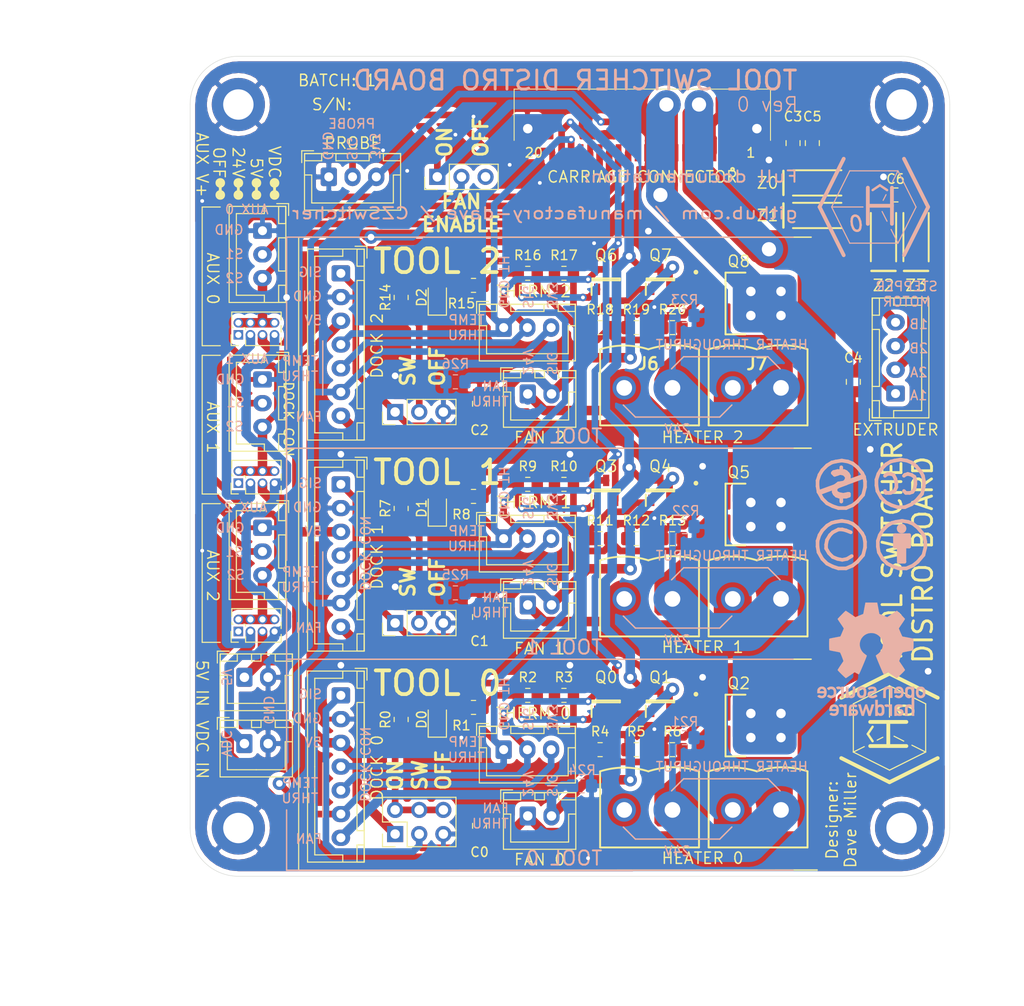
<source format=kicad_pcb>
(kicad_pcb (version 20171130) (host pcbnew "(5.1.9)-1")
  (layers (0 F.Cu mixed) (31 B.Cu mixed) (34 B.Paste user) (35 F.Paste user) (36 B.SilkS user) (37 F.SilkS user) (38 B.Mask user) (39 F.Mask user) (44 Edge.Cuts user))
  (net 0 "")
  (net 1 GND)
  (net 2 /2A)
  (net 3 /1A)
  (net 4 /1B)
  (net 5 /2B)
  (net 6 +24V)
  (net 7 /HEATER_OUT)
  (net 8 +5V)
  (net 9 GND1)
  (net 10 /THERM_OUT)
  (net 11 /PROBE)
  (net 12 "Net-(J2-Pad1)")
  (net 13 "Net-(J4-Pad1)")
  (net 14 "Net-(J6-Pad1)")
  (net 15 /TOOL0_LOGIC)
  (net 16 /TOOL1_LOGIC)
  (net 17 /TOOL2_LOGIC)
  (net 18 /Tool0Sig)
  (net 19 /Tool1Sig)
  (net 20 /Tool2Sig)
  (net 21 +3V3)
  (net 22 /THERM_0)
  (net 23 "Net-(Q0-Pad1)")
  (net 24 "Net-(Q1-Pad1)")
  (net 25 "Net-(Q2-Pad1)")
  (net 26 "Net-(Q3-Pad1)")
  (net 27 "Net-(Q4-Pad1)")
  (net 28 "Net-(Q5-Pad1)")
  (net 29 /AUX1)
  (net 30 /AUX0)
  (net 31 /THERM_1)
  (net 32 /THERM_2)
  (net 33 /V_AUX0)
  (net 34 /V_AUX1)
  (net 35 /V_AUX2)
  (net 36 /AUX2)
  (net 37 /FAN_0)
  (net 38 /FAN_1)
  (net 39 /FAN_2)
  (net 40 /FAN_OUT)
  (net 41 "Net-(Q6-Pad1)")
  (net 42 "Net-(Q7-Pad1)")
  (net 43 "Net-(Q8-Pad1)")
  (net 44 +VDC)
  (net 45 "Net-(D1-Pad2)")
  (net 46 "Net-(JP3-Pad3)")
  (net 47 "Net-(JP4-Pad1)")
  (net 48 "Net-(JP5-Pad1)")
  (net 49 "Net-(JP6-Pad1)")
  (net 50 "Net-(D0-Pad2)")
  (net 51 "Net-(D2-Pad2)")
  (net 52 "Net-(Z0-Pad2)")
  (net 53 "Net-(Z2-Pad2)")
  (module MountingHole:MountingHole_3.2mm_M3_DIN965_Pad_TopBottom (layer F.Cu) (at 111.76 135.89)
    (fp_text reference H4)
    (fp_text value MountingHole_Pad)
    (pad 1 thru_hole circle (at 0 0) (size 3.6 3.6) (drill 3.2) (layers *.Cu *.Mask) (net 1 GND))
    (pad 1 connect circle (at 0 0) (size 5.6 5.6) (layers F.Cu F.Mask) (net 1 GND))
    (pad 1 connect circle (at 0 0) (size 5.6 5.6) (layers B.Cu B.Mask) (net 1 GND))
  )
  (module MountingHole:MountingHole_3.2mm_M3_DIN965_Pad_TopBottom (layer F.Cu) (at 181.61 135.89)
    (fp_text reference H3)
    (fp_text value MountingHole_Pad)
    (pad 1 thru_hole circle (at 0 0) (size 3.6 3.6) (drill 3.2) (layers *.Cu *.Mask) (net 1 GND))
    (pad 1 connect circle (at 0 0) (size 5.6 5.6) (layers F.Cu F.Mask) (net 1 GND))
    (pad 1 connect circle (at 0 0) (size 5.6 5.6) (layers B.Cu B.Mask) (net 1 GND))
  )
  (module MountingHole:MountingHole_3.2mm_M3_DIN965_Pad_TopBottom (layer F.Cu) (at 181.61 59.69)
    (fp_text reference H2)
    (fp_text value MountingHole_Pad)
    (pad 1 thru_hole circle (at 0 0) (size 3.6 3.6) (drill 3.2) (layers *.Cu *.Mask) (net 1 GND))
    (pad 1 connect circle (at 0 0) (size 5.6 5.6) (layers F.Cu F.Mask) (net 1 GND))
    (pad 1 connect circle (at 0 0) (size 5.6 5.6) (layers B.Cu B.Mask) (net 1 GND))
  )
  (module MountingHole:MountingHole_3.2mm_M3_DIN965_Pad_TopBottom (layer F.Cu) (at 111.76 59.69)
    (fp_text reference H1)
    (fp_text value MountingHole_Pad)
    (pad 1 thru_hole circle (at 0 0) (size 3.6 3.6) (drill 3.2) (layers *.Cu *.Mask) (net 1 GND))
    (pad 1 connect circle (at 0 0) (size 5.6 5.6) (layers F.Cu F.Mask) (net 1 GND))
    (pad 1 connect circle (at 0 0) (size 5.6 5.6) (layers B.Cu B.Mask) (net 1 GND))
  )
  (module 0_switcherv0:CubeZeroLogo_Silk (layer B.Cu) (at 178.435 70.485 180)
    (fp_text reference U2)
    (fp_text value CubeZeroLogo-0switcher0)
    (fp_text user 0 (at 1.524 -1.778) (layer B.SilkS) (effects (font (size 1.6 1.6) (thickness 0.25) italic) (justify mirror)))
  )
  (module 0_switcherv0:CubeZeroLogo_Ink_And_Cu (layer F.Cu) (at 180.34 125.095 90)
    (fp_text reference U1)
    (fp_text value CubeZeroLogo-0switcher0)
    (fp_text user 0 (at 1.524 1.778 90) (layer F.SilkS) (effects (font (size 1.6 1.6) (thickness 0.25) italic)))
    (fp_line (start 2.92 -5.0835) (end 5.46 -0.0035) (layer F.Cu) (width 0.8))
    (fp_line (start -3.43 -5.0835) (end -5.97 -0.0035) (layer F.Cu) (width 0.8))
    (fp_line (start -5.97 -0.0035) (end -3.43 5.0765) (layer F.Cu) (width 0.8))
    (fp_line (start 5.46 -0.0035) (end 2.92 5.0765) (layer F.Cu) (width 0.8))
    (fp_poly (pts (xy 4.445 0) (xy 2.413 4.064) (xy -2.8575 4.064) (xy -0.8255 0) (xy -2.8575 -4.064) (xy 2.413 -4.064)) (layer F.Cu) (width 0.1))
  )
  (module 0_Daves_Stuff:Symbol_CC-ShareAlike_Silkscreen_Small (layer B.Cu) (at 175.26 106.045 180)
    (fp_text reference REF4)
    (fp_text value CC_Sharealike)
  )
  (module 0_Daves_Stuff:Symbol_CC-Noncommercial_Silkscreen_Small (layer B.Cu) (at 175.26 99.695 180)
    (fp_text reference REF3)
    (fp_text value CC_Noncommercial)
  )
  (module 0_Daves_Stuff:Symbol_CC_Logo_Silkscreen_small (layer B.Cu) (at 181.61 99.695 180)
    (fp_text reference REF2 hide)
    (fp_text value CC_Logo)
  )
  (module 0_Daves_Stuff:Symbol_CC-Attribution_Silkscreen_Small (layer B.Cu) (at 181.61 106.045 180)
    (fp_text reference REF1)
    (fp_text value CC_Attribution)
  )
  (module Symbol:OSHW-Logo_11.4x12mm_SilkScreen (layer B.Cu) (at 178.435 118.11 180)
    (fp_text reference LOGO1 hide)
    (fp_text value Logo_Open_Hardware_Small hide)
  )
  (module Resistor_SMD:R_0805_2012Metric_Pad1.20x1.40mm_HandSolder (layer B.Cu) (at 134.62 88.895)
    (fp_text reference R26 (at 0 -1.9) (layer B.SilkS) (effects (justify mirror)))
    (fp_text value 39k)
    (pad 2 smd roundrect (at 1 0) (size 1.2 1.4) (layers B.Cu B.Paste B.Mask) (roundrect_rratio 0.2083325) (net 39 /FAN_2))
    (pad 1 smd roundrect (at -1 0) (size 1.2 1.4) (layers B.Cu B.Paste B.Mask) (roundrect_rratio 0.2083325) (net 1 GND))
  )
  (module Resistor_SMD:R_0805_2012Metric_Pad1.20x1.40mm_HandSolder (layer B.Cu) (at 134.62 111.125)
    (fp_text reference R25 (at 0 -1.905) (layer B.SilkS) (effects (justify mirror)))
    (fp_text value 39k)
    (pad 2 smd roundrect (at 1 0) (size 1.2 1.4) (layers B.Cu B.Paste B.Mask) (roundrect_rratio 0.2083325) (net 38 /FAN_1))
    (pad 1 smd roundrect (at -1 0) (size 1.2 1.4) (layers B.Cu B.Paste B.Mask) (roundrect_rratio 0.2083325) (net 1 GND))
  )
  (module Resistor_SMD:R_0805_2012Metric_Pad1.20x1.40mm_HandSolder (layer B.Cu) (at 147.955 131.445 180)
    (fp_text reference R24 (at 0 1.65) (layer B.SilkS) (effects (justify mirror)))
    (fp_text value 39k)
    (pad 2 smd roundrect (at 1 0 180) (size 1.2 1.4) (layers B.Cu B.Paste B.Mask) (roundrect_rratio 0.2083325) (net 37 /FAN_0))
    (pad 1 smd roundrect (at -1 0 180) (size 1.2 1.4) (layers B.Cu B.Paste B.Mask) (roundrect_rratio 0.2083325) (net 1 GND))
  )
  (module Resistor_SMD:R_0805_2012Metric_Pad1.20x1.40mm_HandSolder (layer B.Cu) (at 158.75 81.915 180)
    (fp_text reference R23 (at 0 1.65) (layer B.SilkS) (effects (justify mirror)))
    (fp_text value 39k)
    (pad 2 smd roundrect (at 1 0 180) (size 1.2 1.4) (layers B.Cu B.Paste B.Mask) (roundrect_rratio 0.2083325) (net 14 "Net-(J6-Pad1)"))
    (pad 1 smd roundrect (at -1 0 180) (size 1.2 1.4) (layers B.Cu B.Paste B.Mask) (roundrect_rratio 0.2083325) (net 1 GND))
  )
  (module Resistor_SMD:R_0805_2012Metric_Pad1.20x1.40mm_HandSolder (layer B.Cu) (at 158.75 104.145 180)
    (fp_text reference R22 (at -0.127 1.656) (layer B.SilkS) (effects (justify mirror)))
    (fp_text value 39k)
    (pad 2 smd roundrect (at 1 0 180) (size 1.2 1.4) (layers B.Cu B.Paste B.Mask) (roundrect_rratio 0.2083325) (net 13 "Net-(J4-Pad1)"))
    (pad 1 smd roundrect (at -1 0 180) (size 1.2 1.4) (layers B.Cu B.Paste B.Mask) (roundrect_rratio 0.2083325) (net 1 GND))
  )
  (module Resistor_SMD:R_0805_2012Metric_Pad1.20x1.40mm_HandSolder (layer B.Cu) (at 158.75 126.375 180)
    (fp_text reference R21 (at 0 1.661) (layer B.SilkS) (effects (justify mirror)))
    (fp_text value 39k)
    (pad 1 smd roundrect (at -1 0 180) (size 1.2 1.4) (layers B.Cu B.Paste B.Mask) (roundrect_rratio 0.2083325) (net 1 GND))
    (pad 2 smd roundrect (at 1 0 180) (size 1.2 1.4) (layers B.Cu B.Paste B.Mask) (roundrect_rratio 0.2083325) (net 12 "Net-(J2-Pad1)"))
  )
  (module Capacitor_SMD:C_0805_2012Metric_Pad1.18x1.45mm_HandSolder (layer F.Cu) (at 180.975 69.215)
    (fp_text reference C6 (at 0 -1.68) (layer F.SilkS))
    (fp_text value 470pF)
    (pad 2 smd roundrect (at 1.0375 0) (size 1.175 1.45) (layers F.Cu F.Paste F.Mask) (roundrect_rratio 0.2127659574468085) (net 2 /2A))
    (pad 1 smd roundrect (at -1.0375 0) (size 1.175 1.45) (layers F.Cu F.Paste F.Mask) (roundrect_rratio 0.2127659574468085) (net 1 GND))
  )
  (module Capacitor_SMD:C_0805_2012Metric_Pad1.18x1.45mm_HandSolder (layer F.Cu) (at 172.212 63.754 270)
    (fp_text reference C5 (at -2.794 0 180) (layer F.SilkS))
    (fp_text value 470pF)
    (pad 2 smd roundrect (at 1.0375 0 270) (size 1.175 1.45) (layers F.Cu F.Paste F.Mask) (roundrect_rratio 0.2127659574468085) (net 5 /2B))
    (pad 1 smd roundrect (at -1.0375 0 270) (size 1.175 1.45) (layers F.Cu F.Paste F.Mask) (roundrect_rratio 0.2127659574468085) (net 1 GND))
  )
  (module Capacitor_SMD:C_0805_2012Metric_Pad1.18x1.45mm_HandSolder (layer F.Cu) (at 176.53 88.9 90)
    (fp_text reference C4 (at 2.54 0 180) (layer F.SilkS))
    (fp_text value 470pF)
    (pad 2 smd roundrect (at 1.0375 0 90) (size 1.175 1.45) (layers F.Cu F.Paste F.Mask) (roundrect_rratio 0.2127659574468085) (net 3 /1A))
    (pad 1 smd roundrect (at -1.0375 0 90) (size 1.175 1.45) (layers F.Cu F.Paste F.Mask) (roundrect_rratio 0.2127659574468085) (net 1 GND))
  )
  (module Capacitor_SMD:C_0805_2012Metric_Pad1.18x1.45mm_HandSolder (layer F.Cu) (at 170.18 63.754 270)
    (fp_text reference C3 (at -2.794 0 180) (layer F.SilkS))
    (fp_text value 470pF)
    (pad 2 smd roundrect (at 1.0375 0 270) (size 1.175 1.45) (layers F.Cu F.Paste F.Mask) (roundrect_rratio 0.2127659574468085) (net 4 /1B))
    (pad 1 smd roundrect (at -1.0375 0 270) (size 1.175 1.45) (layers F.Cu F.Paste F.Mask) (roundrect_rratio 0.2127659574468085) (net 1 GND))
  )
  (module LED_SMD:LED_0805_2012Metric_Pad1.15x1.40mm_HandSolder (layer F.Cu) (at 132.715 80.01 90)
    (fp_text reference D2 (at 0 -1.65 90) (layer F.SilkS))
    (fp_text value LTST-C171KSKT)
    (pad 2 smd roundrect (at 1.025 0 90) (size 1.15 1.4) (layers F.Cu F.Paste F.Mask) (roundrect_rratio 0.2173904347826087) (net 51 "Net-(D2-Pad2)"))
    (pad 1 smd roundrect (at -1.025 0 90) (size 1.15 1.4) (layers F.Cu F.Paste F.Mask) (roundrect_rratio 0.2173904347826087) (net 1 GND))
  )
  (module LED_SMD:LED_0805_2012Metric_Pad1.15x1.40mm_HandSolder (layer F.Cu) (at 132.715 102.235 90)
    (fp_text reference D1 (at 0 -1.65 90) (layer F.SilkS))
    (fp_text value LTST-C171KSKT)
    (pad 2 smd roundrect (at 1.025 0 90) (size 1.15 1.4) (layers F.Cu F.Paste F.Mask) (roundrect_rratio 0.2173904347826087) (net 45 "Net-(D1-Pad2)"))
    (pad 1 smd roundrect (at -1.025 0 90) (size 1.15 1.4) (layers F.Cu F.Paste F.Mask) (roundrect_rratio 0.2173904347826087) (net 1 GND))
  )
  (module LED_SMD:LED_0805_2012Metric_Pad1.15x1.40mm_HandSolder (layer F.Cu) (at 132.715 124.46 90)
    (fp_text reference D0 (at 0 -1.65 90) (layer F.SilkS))
    (fp_text value LTST-C171KSKT)
    (pad 2 smd roundrect (at 1.025 0 90) (size 1.15 1.4) (layers F.Cu F.Paste F.Mask) (roundrect_rratio 0.2173904347826087) (net 50 "Net-(D0-Pad2)"))
    (pad 1 smd roundrect (at -1.025 0 90) (size 1.15 1.4) (layers F.Cu F.Paste F.Mask) (roundrect_rratio 0.2173904347826087) (net 1 GND))
  )
  (module Resistor_SMD:R_0805_2012Metric_Pad1.20x1.40mm_HandSolder (layer F.Cu) (at 157.48 83.185 180)
    (fp_text reference R20 (at 0 1.905) (layer F.SilkS))
    (fp_text value 22R)
    (pad 2 smd roundrect (at 1 0 180) (size 1.2 1.4) (layers F.Cu F.Paste F.Mask) (roundrect_rratio 0.2083325) (net 43 "Net-(Q8-Pad1)"))
    (pad 1 smd roundrect (at -1 0 180) (size 1.2 1.4) (layers F.Cu F.Paste F.Mask) (roundrect_rratio 0.2083325) (net 17 /TOOL2_LOGIC))
  )
  (module Resistor_SMD:R_0805_2012Metric_Pad1.20x1.40mm_HandSolder (layer F.Cu) (at 153.67 83.185)
    (fp_text reference R19 (at 0 -1.905) (layer F.SilkS))
    (fp_text value 10k)
    (pad 2 smd roundrect (at 1 0) (size 1.2 1.4) (layers F.Cu F.Paste F.Mask) (roundrect_rratio 0.2083325) (net 43 "Net-(Q8-Pad1)"))
    (pad 1 smd roundrect (at -1 0) (size 1.2 1.4) (layers F.Cu F.Paste F.Mask) (roundrect_rratio 0.2083325) (net 1 GND))
  )
  (module Resistor_SMD:R_0805_2012Metric_Pad1.20x1.40mm_HandSolder (layer F.Cu) (at 149.86 83.185)
    (fp_text reference R18 (at 0 -1.905) (layer F.SilkS))
    (fp_text value 22R)
    (pad 2 smd roundrect (at 1 0) (size 1.2 1.4) (layers F.Cu F.Paste F.Mask) (roundrect_rratio 0.2083325) (net 17 /TOOL2_LOGIC))
    (pad 1 smd roundrect (at -1 0) (size 1.2 1.4) (layers F.Cu F.Paste F.Mask) (roundrect_rratio 0.2083325) (net 42 "Net-(Q7-Pad1)"))
  )
  (module Resistor_SMD:R_0805_2012Metric_Pad1.20x1.40mm_HandSolder (layer F.Cu) (at 146.05 77.47 180)
    (fp_text reference R17 (at 0 1.905) (layer F.SilkS))
    (fp_text value 10k)
    (pad 2 smd roundrect (at 1 0 180) (size 1.2 1.4) (layers F.Cu F.Paste F.Mask) (roundrect_rratio 0.2083325) (net 1 GND))
    (pad 1 smd roundrect (at -1 0 180) (size 1.2 1.4) (layers F.Cu F.Paste F.Mask) (roundrect_rratio 0.2083325) (net 42 "Net-(Q7-Pad1)"))
  )
  (module Resistor_SMD:R_0805_2012Metric_Pad1.20x1.40mm_HandSolder (layer F.Cu) (at 142.24 77.47 180)
    (fp_text reference R16 (at 0 1.905) (layer F.SilkS))
    (fp_text value 22R)
    (pad 2 smd roundrect (at 1 0 180) (size 1.2 1.4) (layers F.Cu F.Paste F.Mask) (roundrect_rratio 0.2083325) (net 41 "Net-(Q6-Pad1)"))
    (pad 1 smd roundrect (at -1 0 180) (size 1.2 1.4) (layers F.Cu F.Paste F.Mask) (roundrect_rratio 0.2083325) (net 17 /TOOL2_LOGIC))
  )
  (module Resistor_SMD:R_0805_2012Metric_Pad1.20x1.40mm_HandSolder (layer F.Cu) (at 136.525 78.74)
    (fp_text reference R15 (at -1.27 1.905) (layer F.SilkS))
    (fp_text value 10k)
    (pad 2 smd roundrect (at 1 0) (size 1.2 1.4) (layers F.Cu F.Paste F.Mask) (roundrect_rratio 0.2083325) (net 41 "Net-(Q6-Pad1)"))
    (pad 1 smd roundrect (at -1 0) (size 1.2 1.4) (layers F.Cu F.Paste F.Mask) (roundrect_rratio 0.2083325) (net 9 GND1))
  )
  (module Resistor_SMD:R_0805_2012Metric_Pad1.20x1.40mm_HandSolder (layer F.Cu) (at 128.905 80.01 90)
    (fp_text reference R14 (at 0 -1.65 90) (layer F.SilkS))
    (fp_text value 150R)
    (pad 2 smd roundrect (at 1 0 90) (size 1.2 1.4) (layers F.Cu F.Paste F.Mask) (roundrect_rratio 0.2083325) (net 51 "Net-(D2-Pad2)"))
    (pad 1 smd roundrect (at -1 0 90) (size 1.2 1.4) (layers F.Cu F.Paste F.Mask) (roundrect_rratio 0.2083325) (net 17 /TOOL2_LOGIC))
  )
  (module Resistor_SMD:R_0805_2012Metric_Pad1.20x1.40mm_HandSolder (layer F.Cu) (at 157.48 105.41 180)
    (fp_text reference R13 (at 0 1.905) (layer F.SilkS))
    (fp_text value 22R)
    (pad 2 smd roundrect (at 1 0 180) (size 1.2 1.4) (layers F.Cu F.Paste F.Mask) (roundrect_rratio 0.2083325) (net 28 "Net-(Q5-Pad1)"))
    (pad 1 smd roundrect (at -1 0 180) (size 1.2 1.4) (layers F.Cu F.Paste F.Mask) (roundrect_rratio 0.2083325) (net 16 /TOOL1_LOGIC))
  )
  (module Resistor_SMD:R_0805_2012Metric_Pad1.20x1.40mm_HandSolder (layer F.Cu) (at 153.67 105.41)
    (fp_text reference R12 (at 0 -1.905) (layer F.SilkS))
    (fp_text value 10k)
    (pad 2 smd roundrect (at 1 0) (size 1.2 1.4) (layers F.Cu F.Paste F.Mask) (roundrect_rratio 0.2083325) (net 28 "Net-(Q5-Pad1)"))
    (pad 1 smd roundrect (at -1 0) (size 1.2 1.4) (layers F.Cu F.Paste F.Mask) (roundrect_rratio 0.2083325) (net 1 GND))
  )
  (module Resistor_SMD:R_0805_2012Metric_Pad1.20x1.40mm_HandSolder (layer F.Cu) (at 149.86 105.41)
    (fp_text reference R11 (at 0 -1.905) (layer F.SilkS))
    (fp_text value 22R)
    (pad 2 smd roundrect (at 1 0) (size 1.2 1.4) (layers F.Cu F.Paste F.Mask) (roundrect_rratio 0.2083325) (net 16 /TOOL1_LOGIC))
    (pad 1 smd roundrect (at -1 0) (size 1.2 1.4) (layers F.Cu F.Paste F.Mask) (roundrect_rratio 0.2083325) (net 27 "Net-(Q4-Pad1)"))
  )
  (module Resistor_SMD:R_0805_2012Metric_Pad1.20x1.40mm_HandSolder (layer F.Cu) (at 146.05 99.695 180)
    (fp_text reference R10 (at 0 1.905) (layer F.SilkS))
    (fp_text value 10k)
    (pad 2 smd roundrect (at 1 0 180) (size 1.2 1.4) (layers F.Cu F.Paste F.Mask) (roundrect_rratio 0.2083325) (net 1 GND))
    (pad 1 smd roundrect (at -1 0 180) (size 1.2 1.4) (layers F.Cu F.Paste F.Mask) (roundrect_rratio 0.2083325) (net 27 "Net-(Q4-Pad1)"))
  )
  (module Resistor_SMD:R_0805_2012Metric_Pad1.20x1.40mm_HandSolder (layer F.Cu) (at 142.24 99.695 180)
    (fp_text reference R9 (at 0 1.905) (layer F.SilkS))
    (fp_text value 22R)
    (pad 2 smd roundrect (at 1 0 180) (size 1.2 1.4) (layers F.Cu F.Paste F.Mask) (roundrect_rratio 0.2083325) (net 26 "Net-(Q3-Pad1)"))
    (pad 1 smd roundrect (at -1 0 180) (size 1.2 1.4) (layers F.Cu F.Paste F.Mask) (roundrect_rratio 0.2083325) (net 16 /TOOL1_LOGIC))
  )
  (module Resistor_SMD:R_0805_2012Metric_Pad1.20x1.40mm_HandSolder (layer F.Cu) (at 136.525 100.965)
    (fp_text reference R8 (at -1.27 1.905) (layer F.SilkS))
    (fp_text value 10k)
    (pad 2 smd roundrect (at 1 0) (size 1.2 1.4) (layers F.Cu F.Paste F.Mask) (roundrect_rratio 0.2083325) (net 26 "Net-(Q3-Pad1)"))
    (pad 1 smd roundrect (at -1 0) (size 1.2 1.4) (layers F.Cu F.Paste F.Mask) (roundrect_rratio 0.2083325) (net 9 GND1))
  )
  (module Resistor_SMD:R_0805_2012Metric_Pad1.20x1.40mm_HandSolder (layer F.Cu) (at 128.905 102.235 90)
    (fp_text reference R7 (at 0 -1.65 90) (layer F.SilkS))
    (fp_text value 150R)
    (pad 2 smd roundrect (at 1 0 90) (size 1.2 1.4) (layers F.Cu F.Paste F.Mask) (roundrect_rratio 0.2083325) (net 45 "Net-(D1-Pad2)"))
    (pad 1 smd roundrect (at -1 0 90) (size 1.2 1.4) (layers F.Cu F.Paste F.Mask) (roundrect_rratio 0.2083325) (net 16 /TOOL1_LOGIC))
  )
  (module Resistor_SMD:R_0805_2012Metric_Pad1.20x1.40mm_HandSolder (layer F.Cu) (at 157.48 127.635 180)
    (fp_text reference R6 (at 0 1.905) (layer F.SilkS))
    (fp_text value 22R)
    (pad 2 smd roundrect (at 1 0 180) (size 1.2 1.4) (layers F.Cu F.Paste F.Mask) (roundrect_rratio 0.2083325) (net 25 "Net-(Q2-Pad1)"))
    (pad 1 smd roundrect (at -1 0 180) (size 1.2 1.4) (layers F.Cu F.Paste F.Mask) (roundrect_rratio 0.2083325) (net 15 /TOOL0_LOGIC))
  )
  (module Resistor_SMD:R_0805_2012Metric_Pad1.20x1.40mm_HandSolder (layer F.Cu) (at 153.67 127.635)
    (fp_text reference R5 (at 0 -1.905) (layer F.SilkS))
    (fp_text value 10k)
    (pad 2 smd roundrect (at 1 0) (size 1.2 1.4) (layers F.Cu F.Paste F.Mask) (roundrect_rratio 0.2083325) (net 25 "Net-(Q2-Pad1)"))
    (pad 1 smd roundrect (at -1 0) (size 1.2 1.4) (layers F.Cu F.Paste F.Mask) (roundrect_rratio 0.2083325) (net 1 GND))
  )
  (module Resistor_SMD:R_0805_2012Metric_Pad1.20x1.40mm_HandSolder (layer F.Cu) (at 149.86 127.635)
    (fp_text reference R4 (at 0 -1.905) (layer F.SilkS))
    (fp_text value 22R)
    (pad 2 smd roundrect (at 1 0) (size 1.2 1.4) (layers F.Cu F.Paste F.Mask) (roundrect_rratio 0.2083325) (net 15 /TOOL0_LOGIC))
    (pad 1 smd roundrect (at -1 0) (size 1.2 1.4) (layers F.Cu F.Paste F.Mask) (roundrect_rratio 0.2083325) (net 24 "Net-(Q1-Pad1)"))
  )
  (module Resistor_SMD:R_0805_2012Metric_Pad1.20x1.40mm_HandSolder (layer F.Cu) (at 146.05 121.92 180)
    (fp_text reference R3 (at 0 1.905) (layer F.SilkS))
    (fp_text value 10k)
    (pad 2 smd roundrect (at 1 0 180) (size 1.2 1.4) (layers F.Cu F.Paste F.Mask) (roundrect_rratio 0.2083325) (net 1 GND))
    (pad 1 smd roundrect (at -1 0 180) (size 1.2 1.4) (layers F.Cu F.Paste F.Mask) (roundrect_rratio 0.2083325) (net 24 "Net-(Q1-Pad1)"))
  )
  (module Resistor_SMD:R_0805_2012Metric_Pad1.20x1.40mm_HandSolder (layer F.Cu) (at 142.24 121.92 180)
    (fp_text reference R2 (at 0 1.905) (layer F.SilkS))
    (fp_text value 22R)
    (pad 2 smd roundrect (at 1 0 180) (size 1.2 1.4) (layers F.Cu F.Paste F.Mask) (roundrect_rratio 0.2083325) (net 23 "Net-(Q0-Pad1)"))
    (pad 1 smd roundrect (at -1 0 180) (size 1.2 1.4) (layers F.Cu F.Paste F.Mask) (roundrect_rratio 0.2083325) (net 15 /TOOL0_LOGIC))
  )
  (module Resistor_SMD:R_0805_2012Metric_Pad1.20x1.40mm_HandSolder (layer F.Cu) (at 136.525 123.19)
    (fp_text reference R1 (at -1.27 1.905) (layer F.SilkS))
    (fp_text value 10k)
    (pad 2 smd roundrect (at 1 0) (size 1.2 1.4) (layers F.Cu F.Paste F.Mask) (roundrect_rratio 0.2083325) (net 23 "Net-(Q0-Pad1)"))
    (pad 1 smd roundrect (at -1 0) (size 1.2 1.4) (layers F.Cu F.Paste F.Mask) (roundrect_rratio 0.2083325) (net 9 GND1))
  )
  (module Resistor_SMD:R_0805_2012Metric_Pad1.20x1.40mm_HandSolder (layer F.Cu) (at 128.905 124.46 90)
    (fp_text reference R0 (at 0 -1.65 90) (layer F.SilkS))
    (fp_text value 150R)
    (pad 2 smd roundrect (at 1 0 90) (size 1.2 1.4) (layers F.Cu F.Paste F.Mask) (roundrect_rratio 0.2083325) (net 50 "Net-(D0-Pad2)"))
    (pad 1 smd roundrect (at -1 0 90) (size 1.2 1.4) (layers F.Cu F.Paste F.Mask) (roundrect_rratio 0.2083325) (net 15 /TOOL0_LOGIC))
  )
  (module Symbol:OSHW-Symbol_8.9x8mm_Copper (layer F.Cu) (at 120.904 60.198)
    (fp_text reference LOGO2 hide)
    (fp_text value Logo_Open_Hardware_Small hide)
    (fp_poly (pts (xy 0.746536 -3.399573) (xy 0.859118 -2.802382) (xy 1.274531 -2.631135) (xy 1.689945 -2.459888) (xy 2.188302 -2.798767) (xy 2.327869 -2.893123) (xy 2.454029 -2.97737) (xy 2.560896 -3.047662) (xy 2.642583 -3.100153) (xy 2.693202 -3.130996) (xy 2.706987 -3.137647) (xy 2.731821 -3.120542) (xy 2.784889 -3.073256) (xy 2.860241 -3.001828) (xy 2.95193 -2.9123) (xy 3.054008 -2.810711) (xy 3.160527 -2.703102) (xy 3.265537 -2.595513) (xy 3.363092 -2.493985) (xy 3.447243 -2.404559) (xy 3.512041 -2.333274) (xy 3.551538 -2.286172) (xy 3.560981 -2.270408) (xy 3.547392 -2.241347) (xy 3.509294 -2.177679) (xy 3.450694 -2.085633) (xy 3.375598 -1.971436) (xy 3.288009 -1.841316) (xy 3.237255 -1.767099) (xy 3.144746 -1.631578) (xy 3.062541 -1.509284) (xy 2.994631 -1.406305) (xy 2.945001 -1.328727) (xy 2.917641 -1.282639) (xy 2.91353 -1.272953) (xy 2.92285 -1.245426) (xy 2.948255 -1.181272) (xy 2.985912 -1.08951) (xy 3.031987 -0.979161) (xy 3.082647 -0.859245) (xy 3.13406 -0.738781) (xy 3.18239 -0.626791) (xy 3.223807 -0.532293) (xy 3.254475 -0.464308) (xy 3.270562 -0.431857) (xy 3.271512 -0.43058) (xy 3.296773 -0.424383) (xy 3.364046 -0.41056) (xy 3.466361 -0.390468) (xy 3.596742 -0.365466) (xy 3.748217 -0.336914) (xy 3.836594 -0.320449) (xy 3.998453 -0.289631) (xy 4.14465 -0.260306) (xy 4.267788 -0.234079) (xy 4.36047 -0.212554) (xy 4.415302 -0.197335) (xy 4.426324 -0.192507) (xy 4.437119 -0.159826) (xy 4.44583 -0.086015) (xy 4.452461 0.020292) (xy 4.457019 0.150467) (xy 4.45951 0.295876) (xy 4.459939 0.44789) (xy 4.458312 0.597877) (xy 4.454636 0.737206) (xy 4.448916 0.857245) (xy 4.441158 0.949365) (xy 4.431369 1.004932) (xy 4.425497 1.0165) (xy 4.3904 1.030365) (xy 4.316029 1.050188) (xy 4.212224 1.073639) (xy 4.08882 1.098391) (xy 4.045742 1.106398) (xy 3.838048 1.144441) (xy 3.673985 1.175079) (xy 3.548131 1.199529) (xy 3.455066 1.219009) (xy 3.389368 1.234736) (xy 3.345618 1.247928) (xy 3.318393 1.259804) (xy 3.302273 1.27158) (xy 3.300018 1.273908) (xy 3.277504 1.3114) (xy 3.243159 1.384365) (xy 3.200412 1.483867) (xy 3.152693 1.600973) (xy 3.103431 1.726748) (xy 3.056056 1.852257) (xy 3.013996 1.968565) (xy 2.980681 2.066739) (xy 2.959542 2.137843) (xy 2.954006 2.172942) (xy 2.954467 2.174172) (xy 2.973224 2.202861) (xy 3.015777 2.265985) (xy 3.077654 2.356973) (xy 3.154383 2.469255) (xy 3.241492 2.59626) (xy 3.266299 2.632353) (xy 3.354753 2.763203) (xy 3.432589 2.882591) (xy 3.495567 2.983662) (xy 3.539446 3.059559) (xy 3.559986 3.103427) (xy 3.560981 3.108817) (xy 3.543723 3.137144) (xy 3.496036 3.193261) (xy 3.424051 3.271137) (xy 3.333898 3.36474) (xy 3.231706 3.468041) (xy 3.123606 3.575006) (xy 3.015729 3.679606) (xy 2.914205 3.775809) (xy 2.825163 3.857584) (xy 2.754734 3.9189) (xy 2.709048 3.953726) (xy 2.69641 3.959412) (xy 2.666992 3.94602) (xy 2.606762 3.909899) (xy 2.52553 3.857136) (xy 2.463031 3.814667) (xy 2.349786 3.73674) (xy 2.215675 3.644984) (xy 2.081156 3.553375) (xy 2.008834 3.504346) (xy 1.764039 3.33877) (xy 1.558551 3.449875) (xy 1.464937 3.498548) (xy 1.385331 3.536381) (xy 1.331468 3.557958) (xy 1.317758 3.560961) (xy 1.301271 3.538793) (xy 1.268746 3.476149) (xy 1.222609 3.378809) (xy 1.165291 3.252549) (xy 1.099217 3.10315) (xy 1.026816 2.936388) (xy 0.950517 2.758042) (xy 0.872747 2.573891) (xy 0.795935 2.389712) (xy 0.722507 2.211285) (xy 0.654893 2.044387) (xy 0.595521 1.894797) (xy 0.546817 1.768293) (xy 0.511211 1.670654) (xy 0.491131 1.607657) (xy 0.487901 1.586021) (xy 0.513497 1.558424) (xy 0.569539 1.513625) (xy 0.644312 1.460934) (xy 0.650588 1.456765) (xy 0.843846 1.302069) (xy 0.999675 1.121591) (xy 1.116725 0.921102) (xy 1.193646 0.706374) (xy 1.229087 0.483177) (xy 1.221698 0.257281) (xy 1.170128 0.034459) (xy 1.073027 -0.179521) (xy 1.044459 -0.226336) (xy 0.895869 -0.415382) (xy 0.720328 -0.567188) (xy 0.523911 -0.680966) (xy 0.312694 -0.755925) (xy 0.092754 -0.791278) (xy -0.129836 -0.786233) (xy -0.348998 -0.740001) (xy -0.558657 -0.651794) (xy -0.752738 -0.520821) (xy -0.812773 -0.467663) (xy -0.965564 -0.301261) (xy -1.076902 -0.126088) (xy -1.153276 0.070266) (xy -1.195812 0.264717) (xy -1.206313 0.483342) (xy -1.171299 0.703052) (xy -1.094326 0.91642) (xy -0.978952 1.116022) (xy -0.828734 1.294429) (xy -0.647226 1.444217) (xy -0.623372 1.460006) (xy -0.547798 1.511712) (xy -0.490348 1.556512) (xy -0.462882 1.585117) (xy -0.462482 1.586021) (xy -0.468379 1.616964) (xy -0.491754 1.687191) (xy -0.530178 1.790925) (xy -0.581222 1.92239) (xy -0.642457 2.075807) (xy -0.711455 2.245401) (xy -0.785786 2.425393) (xy -0.863021 2.610008) (xy -0.940731 2.793468) (xy -1.016488 2.969996) (xy -1.087862 3.133814) (xy -1.152425 3.279147) (xy -1.207747 3.400217) (xy -1.251399 3.491247) (xy -1.280953 3.54646) (xy -1.292855 3.560961) (xy -1.329222 3.549669) (xy -1.397269 3.519385) (xy -1.485263 3.47552) (xy -1.533649 3.449875) (xy -1.739136 3.33877) (xy -1.983931 3.504346) (xy -2.108893 3.58917) (xy -2.245704 3.682516) (xy -2.373911 3.770408) (xy -2.438128 3.814667) (xy -2.528448 3.875318) (xy -2.604928 3.923381) (xy -2.657592 3.95277) (xy -2.674697 3.958982) (xy -2.699594 3.942223) (xy -2.754694 3.895436) (xy -2.834656 3.82348) (xy -2.934139 3.731212) (xy -3.047799 3.62349) (xy -3.119684 3.554326) (xy -3.245448 3.430757) (xy -3.354136 3.320234) (xy -3.441354 3.227485) (xy -3.50271 3.157237) (xy -3.533808 3.11422) (xy -3.536791 3.10549) (xy -3.522946 3.072284) (xy -3.484687 3.005142) (xy -3.426258 2.910863) (xy -3.351902 2.796245) (xy -3.265864 2.668083) (xy -3.241397 2.632353) (xy -3.152245 2.502489) (xy -3.072261 2.385569) (xy -3.005919 2.288162) (xy -2.957688 2.216839) (xy -2.932042 2.17817) (xy -2.929564 2.174172) (xy -2.93327 2.143355) (xy -2.952938 2.075599) (xy -2.985139 1.979839) (xy -3.026444 1.865009) (xy -3.073424 1.740044) (xy -3.12265 1.613879) (xy -3.170691 1.495448) (xy -3.214118 1.393685) (xy -3.249503 1.317526) (xy -3.273415 1.275904) (xy -3.275115 1.273908) (xy -3.289737 1.262013) (xy -3.314434 1.25025) (xy -3.354627 1.237401) (xy -3.415736 1.222249) (xy -3.503182 1.203576) (xy -3.622387 1.180165) (xy -3.778772 1.150797) (xy -3.977756 1.114255) (xy -4.020839 1.106398) (xy -4.148529 1.081727) (xy -4.259846 1.057593) (xy -4.344954 1.036324) (xy -4.394016 1.020248) (xy -4.400594 1.0165) (xy -4.411435 0.983273) (xy -4.420246 0.909021) (xy -4.427023 0.802376) (xy -4.431759 0.671967) (xy -4.434449 0.526427) (xy -4.435086 0.374386) (xy -4.433665 0.224476) (xy -4.430179 0.085328) (xy -4.424623 -0.034428) (xy -4.416991 -0.126159) (xy -4.407277 -0.181234) (xy -4.401421 -0.192507) (xy -4.368819 -0.203877) (xy -4.294581 -0.222376) (xy -4.186103 -0.246398) (xy -4.050782 -0.274338) (xy -3.896014 -0.304592) (xy -3.811692 -0.320449) (xy -3.651703 -0.350356) (xy -3.509032 -0.37745) (xy -3.390651 -0.400369) (xy -3.303534 -0.417757) (xy -3.254654 -0.428253) (xy -3.246609 -0.43058) (xy -3.233012 -0.456814) (xy -3.20427 -0.520005) (xy -3.164214 -0.611123) (xy -3.116675 -0.721143) (xy -3.065484 -0.841035) (xy -3.014473 -0.961773) (xy -2.967473 -1.074329) (xy -2.928315 -1.169674) (xy -2.90083 -1.238783) (xy -2.88885 -1.272626) (xy -2.888627 -1.274105) (xy -2.902208 -1.300803) (xy -2.940284 -1.36224) (xy -2.998852 -1.452311) (xy -3.073911 -1.56491) (xy -3.161459 -1.69393) (xy -3.212352 -1.768039) (xy -3.30509 -1.903923) (xy -3.387458 -2.027291) (xy -3.455438 -2.131903) (xy -3.505011 -2.211517) (xy -3.532157 -2.259893) (xy -3.536078 -2.270738) (xy -3.519224 -2.29598) (xy -3.472631 -2.349876) (xy -3.402251 -2.426387) (xy -3.314034 -2.519477) (xy -3.213934 -2.623105) (xy -3.107901 -2.731236) (xy -3.001888 -2.83783) (xy -2.901847 -2.93685) (xy -2.813729 -3.022258) (xy -2.743486 -3.088015) (xy -2.697071 -3.128084) (xy -2.681543 -3.137647) (xy -2.65626 -3.1242) (xy -2.595788 -3.086425) (xy -2.506007 -3.028165) (xy -2.392796 -2.953266) (xy -2.262036 -2.865575) (xy -2.1634 -2.798767) (xy -1.665042 -2.459888) (xy -1.249629 -2.631135) (xy -0.834215 -2.802382) (xy -0.721633 -3.399573) (xy -0.60905 -3.996765) (xy 0.633953 -3.996765) (xy 0.746536 -3.399573)) (layer F.Cu) (width 0.01))
  )
  (module 0c-boards:ZF1-20-XX-ZZ-WT (layer F.Cu) (at 154.305 64.77 180)
    (fp_text reference J0)
    (fp_text value "CARRIAGE CONNECTOR" (at 0 -2.54) (layer F.SilkS) (effects (font (size 1.2 1.2))))
    (fp_text user 20 (at 11.43 0) (layer F.SilkS))
    (fp_text user 1 (at -11.43 0) (layer F.SilkS))
    (pad 22 smd rect (at 12.1 2.54 180) (size 2.2 2.5) (layers F.Cu F.Paste F.Mask) (net 1 GND))
    (pad 21 smd rect (at -12.1 2.54 180) (size 2.2 2.5) (layers F.Cu F.Paste F.Mask) (net 1 GND))
    (pad 20 smd rect (at 9.5 0 180) (size 0.6 1.8) (layers F.Cu F.Paste F.Mask) (net 11 /PROBE))
    (pad 19 smd rect (at 8.5 0 180) (size 0.6 1.8) (layers F.Cu F.Paste F.Mask) (net 10 /THERM_OUT))
    (pad 18 smd rect (at 7.5 0 180) (size 0.6 1.8) (layers F.Cu F.Paste F.Mask) (net 9 GND1))
    (pad 17 smd rect (at 6.5 0 180) (size 0.6 1.8) (layers F.Cu F.Paste F.Mask) (net 36 /AUX2))
    (pad 16 smd rect (at 5.5 0 180) (size 0.6 1.8) (layers F.Cu F.Paste F.Mask) (net 35 /V_AUX2))
    (pad 15 smd rect (at 4.5 0 180) (size 0.6 1.8) (layers F.Cu F.Paste F.Mask) (net 29 /AUX1))
    (pad 14 smd rect (at 3.5 0 180) (size 0.6 1.8) (layers F.Cu F.Paste F.Mask) (net 34 /V_AUX1))
    (pad 13 smd rect (at 2.5 0 180) (size 0.6 1.8) (layers F.Cu F.Paste F.Mask) (net 30 /AUX0))
    (pad 12 smd rect (at 1.5 0 180) (size 0.6 1.8) (layers F.Cu F.Paste F.Mask) (net 33 /V_AUX0))
    (pad 11 smd rect (at 0.5 0 180) (size 0.6 1.8) (layers F.Cu F.Paste F.Mask) (net 21 +3V3))
    (pad 10 smd rect (at -0.5 0 180) (size 0.6 1.8) (layers F.Cu F.Paste F.Mask) (net 1 GND))
    (pad 9 smd rect (at -1.5 0 180) (size 0.6 1.8) (layers F.Cu F.Paste F.Mask) (net 1 GND))
    (pad 8 smd rect (at -2.5 0 180) (size 0.6 1.8) (layers F.Cu F.Paste F.Mask) (net 7 /HEATER_OUT))
    (pad 7 smd rect (at -3.5 0 180) (size 0.6 1.8) (layers F.Cu F.Paste F.Mask) (net 7 /HEATER_OUT))
    (pad 6 smd rect (at -4.5 0 180) (size 0.6 1.8) (layers F.Cu F.Paste F.Mask) (net 6 +24V))
    (pad 5 smd rect (at -5.5 0 180) (size 0.6 1.8) (layers F.Cu F.Paste F.Mask) (net 6 +24V))
    (pad 4 smd rect (at -6.5 0 180) (size 0.6 1.8) (layers F.Cu F.Paste F.Mask) (net 3 /1A))
    (pad 3 smd rect (at -7.5 0 180) (size 0.6 1.8) (layers F.Cu F.Paste F.Mask) (net 2 /2A))
    (pad 2 smd rect (at -8.5 0 180) (size 0.6 1.8) (layers F.Cu F.Paste F.Mask) (net 5 /2B))
    (pad 1 smd rect (at -9.5 0 180) (size 0.6 1.8) (layers F.Cu F.Paste F.Mask) (net 4 /1B))
  )
  (module 0_Daves_Stuff:JST_XH_B2B-XH-A_1x02_P2.50mm_Vertical (layer F.Cu) (at 142.24 134.62)
    (fp_text reference J9)
    (fp_text value "FAN 0" (at 1.25 4.6) (layer F.SilkS) (effects (font (size 1.2 1.2))))
    (pad 2 thru_hole oval (at 2.5 0) (size 1.7 2) (drill 1) (layers *.Cu *.Mask) (net 37 /FAN_0))
    (pad 1 thru_hole roundrect (at 0 0) (size 1.7 2) (drill 1) (layers *.Cu *.Mask) (roundrect_rratio 0.1470588235294118) (net 6 +24V))
  )
  (module Connector_PinHeader_2.54mm:PinHeader_1x03_P2.54mm_Vertical (layer F.Cu) (at 132.715 67.31 90)
    (fp_text reference JP3)
    (fp_text value "FAN 2 AUX A")
    (pad 3 thru_hole oval (at 0 5.08 90) (size 1.7 1.7) (drill 1) (layers *.Cu *.Mask) (net 46 "Net-(JP3-Pad3)"))
    (pad 2 thru_hole oval (at 0 2.54 90) (size 1.7 1.7) (drill 1) (layers *.Cu *.Mask) (net 30 /AUX0))
    (pad 1 thru_hole rect (at 0 0 90) (size 1.7 1.7) (drill 1) (layers *.Cu *.Mask) (net 40 /FAN_OUT))
  )
  (module 0_switcherv0:DIOM5127X229N (layer F.Cu) (at 183.134 73.66 90)
    (fp_text reference Z3 (at -5.08 0 180) (layer F.SilkS) (effects (font (size 1.2 1.2))))
    (fp_text value SML4748AHE3_A_H hide)
    (pad 1 smd rect (at -2.05 0 180) (size 1.55 2.2) (layers F.Cu F.Paste F.Mask) (net 2 /2A))
    (pad 2 smd rect (at 2.05 0 180) (size 1.55 2.2) (layers F.Cu F.Paste F.Mask) (net 53 "Net-(Z2-Pad2)"))
  )
  (module 0_switcherv0:DIOM5127X229N (layer F.Cu) (at 179.705 73.66 90)
    (fp_text reference Z2 (at -5.08 0 180) (layer F.SilkS) (effects (font (size 1.2 1.2))))
    (fp_text value SML4748AHE3_A_H hide)
    (pad 1 smd rect (at -2.05 0 180) (size 1.55 2.2) (layers F.Cu F.Paste F.Mask) (net 5 /2B))
    (pad 2 smd rect (at 2.05 0 180) (size 1.55 2.2) (layers F.Cu F.Paste F.Mask) (net 53 "Net-(Z2-Pad2)"))
  )
  (module 0_switcherv0:DIOM5127X229N (layer F.Cu) (at 172.72 71.374)
    (fp_text reference Z1 (at -5.225 0) (layer F.SilkS) (effects (font (size 1.2 1.2))))
    (fp_text value SML4748AHE3_A_H hide)
    (pad 1 smd rect (at -2.05 0 90) (size 1.55 2.2) (layers F.Cu F.Paste F.Mask) (net 3 /1A))
    (pad 2 smd rect (at 2.05 0 90) (size 1.55 2.2) (layers F.Cu F.Paste F.Mask) (net 52 "Net-(Z0-Pad2)"))
  )
  (module 0_switcherv0:DIOM5127X229N (layer F.Cu) (at 172.72 67.945)
    (fp_text reference Z0 (at -5.225 0) (layer F.SilkS) (effects (font (size 1.2 1.2))))
    (fp_text value SML4748AHE3_A_H hide)
    (pad 1 smd rect (at -2.05 0 90) (size 1.55 2.2) (layers F.Cu F.Paste F.Mask) (net 4 /1B))
    (pad 2 smd rect (at 2.05 0 90) (size 1.55 2.2) (layers F.Cu F.Paste F.Mask) (net 52 "Net-(Z0-Pad2)"))
  )
  (module 0Mosfets:SUPER-SOT-3 (layer F.Cu) (at 150.495 78.105 90)
    (fp_text reference Q6 (at 2.54 0 180) (layer F.SilkS) (effects (font (size 1.2 1.2))))
    (fp_text value DMN3150L-7)
    (pad 1 smd rect (at -1.05 -0.96 180) (size 0.65 1.2) (layers F.Cu F.Paste F.Mask) (net 41 "Net-(Q6-Pad1)"))
    (pad 2 smd rect (at -1.05 0.96 180) (size 0.65 1.2) (layers F.Cu F.Paste F.Mask) (net 10 /THERM_OUT))
    (pad 3 smd rect (at 1.05 0 180) (size 0.65 1.2) (layers F.Cu F.Paste F.Mask) (net 32 /THERM_2))
  )
  (module 0Mosfets:SUPER-SOT-3 (layer F.Cu) (at 150.495 100.33 90)
    (fp_text reference Q3 (at 2.54 0 180) (layer F.SilkS) (effects (font (size 1.2 1.2))))
    (fp_text value DMN3150L-7)
    (pad 1 smd rect (at -1.05 -0.96 180) (size 0.65 1.2) (layers F.Cu F.Paste F.Mask) (net 26 "Net-(Q3-Pad1)"))
    (pad 2 smd rect (at -1.05 0.96 180) (size 0.65 1.2) (layers F.Cu F.Paste F.Mask) (net 10 /THERM_OUT))
    (pad 3 smd rect (at 1.05 0 180) (size 0.65 1.2) (layers F.Cu F.Paste F.Mask) (net 31 /THERM_1))
  )
  (module 0Mosfets:SUPER-SOT-3 (layer F.Cu) (at 150.495 122.555 90)
    (fp_text reference Q0 (at 2.54 0 180) (layer F.SilkS) (effects (font (size 1.2 1.2))))
    (fp_text value DMN3150L-7)
    (pad 1 smd rect (at -1.05 -0.96 180) (size 0.65 1.2) (layers F.Cu F.Paste F.Mask) (net 23 "Net-(Q0-Pad1)"))
    (pad 2 smd rect (at -1.05 0.96 180) (size 0.65 1.2) (layers F.Cu F.Paste F.Mask) (net 10 /THERM_OUT))
    (pad 3 smd rect (at 1.05 0 180) (size 0.65 1.2) (layers F.Cu F.Paste F.Mask) (net 22 /THERM_0))
  )
  (module 0_Daves_Stuff:JST_XH_B7B-XH-A_1x07_P2.50mm_Vertical (layer F.Cu) (at 122.555 121.92 270)
    (fp_text reference J14)
    (fp_text value "DOCK 0" (at 7.62 -3.81 90) (layer F.SilkS) (effects (font (size 1.2 1.2))))
    (pad 7 thru_hole oval (at 15 0 270) (size 1.7 1.95) (drill 0.95) (layers *.Cu *.Mask) (net 37 /FAN_0))
    (pad 6 thru_hole oval (at 12.5 0 270) (size 1.7 1.95) (drill 0.95) (layers *.Cu *.Mask) (net 21 +3V3))
    (pad 5 thru_hole oval (at 10 0 270) (size 1.7 1.95) (drill 0.95) (layers *.Cu *.Mask) (net 22 /THERM_0))
    (pad 4 thru_hole oval (at 7.5 0 270) (size 1.7 1.95) (drill 0.95) (layers *.Cu *.Mask) (net 9 GND1))
    (pad 3 thru_hole oval (at 5 0 270) (size 1.7 1.95) (drill 0.95) (layers *.Cu *.Mask) (net 8 +5V))
    (pad 2 thru_hole oval (at 2.5 0 270) (size 1.7 1.95) (drill 0.95) (layers *.Cu *.Mask) (net 1 GND))
    (pad 1 thru_hole roundrect (at 0 0 270) (size 1.7 1.95) (drill 0.95) (layers *.Cu *.Mask) (roundrect_rratio 0.1470588235294118) (net 18 /Tool0Sig))
  )
  (module 0Mosfets:SUPER-SOT-3 (layer F.Cu) (at 156.21 78.105 90)
    (fp_text reference Q7 (at 2.54 0 180) (layer F.SilkS) (effects (font (size 1.2 1.2))))
    (fp_text value DMN3150L-7)
    (pad 1 smd rect (at -1.05 -0.96 180) (size 0.65 1.2) (layers F.Cu F.Paste F.Mask) (net 42 "Net-(Q7-Pad1)"))
    (pad 2 smd rect (at -1.05 0.96 180) (size 0.65 1.2) (layers F.Cu F.Paste F.Mask) (net 39 /FAN_2))
    (pad 3 smd rect (at 1.05 0 180) (size 0.65 1.2) (layers F.Cu F.Paste F.Mask) (net 40 /FAN_OUT))
  )
  (module 0Mosfets:SUPER-SOT-3 (layer F.Cu) (at 156.21 100.33 90)
    (fp_text reference Q4 (at 2.54 0 180) (layer F.SilkS) (effects (font (size 1.2 1.2))))
    (fp_text value DMN3150L-7)
    (pad 1 smd rect (at -1.05 -0.96 180) (size 0.65 1.2) (layers F.Cu F.Paste F.Mask) (net 27 "Net-(Q4-Pad1)"))
    (pad 2 smd rect (at -1.05 0.96 180) (size 0.65 1.2) (layers F.Cu F.Paste F.Mask) (net 38 /FAN_1))
    (pad 3 smd rect (at 1.05 0 180) (size 0.65 1.2) (layers F.Cu F.Paste F.Mask) (net 40 /FAN_OUT))
  )
  (module 0Mosfets:TO228P972X240-3N (layer F.Cu) (at 165.1 80.645)
    (fp_text reference Q8 (at -0.635 -4.445) (layer F.SilkS) (effects (font (size 1.2 1.2))))
    (fp_text value STD150N3LLH6 hide)
    (pad 4 smd rect (at 2.1 0 90) (size 5.6 6.2) (layers F.Cu F.Paste F.Mask) (net 7 /HEATER_OUT))
    (pad 3 smd rect (at -4.35 2.28 90) (size 1 2.1) (layers F.Cu F.Paste F.Mask) (net 14 "Net-(J6-Pad1)"))
    (pad 1 smd rect (at -4.35 -2.28 90) (size 1 2.1) (layers F.Cu F.Paste F.Mask) (net 43 "Net-(Q8-Pad1)"))
  )
  (module 0Mosfets:TO228P972X240-3N (layer F.Cu) (at 165.1 102.87)
    (fp_text reference Q5 (at -0.635 -4.445) (layer F.SilkS) (effects (font (size 1.2 1.2))))
    (fp_text value STD150N3LLH6 hide)
    (pad 4 smd rect (at 2.1 0 90) (size 5.6 6.2) (layers F.Cu F.Paste F.Mask) (net 7 /HEATER_OUT))
    (pad 3 smd rect (at -4.35 2.28 90) (size 1 2.1) (layers F.Cu F.Paste F.Mask) (net 13 "Net-(J4-Pad1)"))
    (pad 1 smd rect (at -4.35 -2.28 90) (size 1 2.1) (layers F.Cu F.Paste F.Mask) (net 28 "Net-(Q5-Pad1)"))
  )
  (module 0Mosfets:TO228P972X240-3N (layer F.Cu) (at 165.1 125.095)
    (fp_text reference Q2 (at -0.635 -4.445) (layer F.SilkS) (effects (font (size 1.2 1.2))))
    (fp_text value STD150N3LLH6 hide)
    (pad 4 smd rect (at 2.1 0 90) (size 5.6 6.2) (layers F.Cu F.Paste F.Mask) (net 7 /HEATER_OUT))
    (pad 3 smd rect (at -4.35 2.28 90) (size 1 2.1) (layers F.Cu F.Paste F.Mask) (net 12 "Net-(J2-Pad1)"))
    (pad 1 smd rect (at -4.35 -2.28 90) (size 1 2.1) (layers F.Cu F.Paste F.Mask) (net 25 "Net-(Q2-Pad1)"))
  )
  (module 1SamacSys_Parts:SHDR2W102P0X508_1X2_1016X835X1230P (layer F.Cu) (at 152.4 133.985)
    (fp_text reference J2)
    (fp_text value "HEATER 0" (at 8.255 5.08) (layer F.SilkS) (effects (font (size 1.2 1.2))))
    (pad 2 thru_hole circle (at 0 0) (size 2.475 2.475) (drill 1.65) (layers *.Cu *.Mask) (net 6 +24V))
    (pad 1 thru_hole rect (at 5.08 0) (size 2.475 2.475) (drill 1.65) (layers *.Cu *.Mask) (net 12 "Net-(J2-Pad1)"))
  )
  (module 0Mosfets:SUPER-SOT-3 (layer F.Cu) (at 156.21 122.555 90)
    (fp_text reference Q1 (at 2.54 0 180) (layer F.SilkS) (effects (font (size 1.2 1.2))))
    (fp_text value DMN3150L-7 hide)
    (pad 1 smd rect (at -1.05 -0.96 180) (size 0.65 1.2) (layers F.Cu F.Paste F.Mask) (net 24 "Net-(Q1-Pad1)"))
    (pad 2 smd rect (at -1.05 0.96 180) (size 0.65 1.2) (layers F.Cu F.Paste F.Mask) (net 37 /FAN_0))
    (pad 3 smd rect (at 1.05 0 180) (size 0.65 1.2) (layers F.Cu F.Paste F.Mask) (net 40 /FAN_OUT))
  )
  (module 0_Daves_Stuff:JST_XH_B3B-XH-A_1x03_P2.50mm_Vertical (layer F.Cu) (at 114.3 72.978 270)
    (fp_text reference J20)
    (fp_text value "AUX 0" (at 5.04 5.23 270 unlocked) (layer F.SilkS) (effects (font (size 1.2 1.2))))
    (pad 3 thru_hole oval (at 5 0 270) (size 1.7 1.95) (drill 0.95) (layers *.Cu *.Mask) (net 33 /V_AUX0))
    (pad 2 thru_hole oval (at 2.5 0 270) (size 1.7 1.95) (drill 0.95) (layers *.Cu *.Mask) (net 30 /AUX0))
    (pad 1 thru_hole roundrect (at 0 0 270) (size 1.7 1.95) (drill 0.95) (layers *.Cu *.Mask) (roundrect_rratio 0.1470588235294118) (net 1 GND))
  )
  (module 0_Daves_Stuff:JST_XH_B2B-XH-A_1x02_P2.50mm_Vertical (layer F.Cu) (at 112.395 120.015)
    (fp_text reference J17)
    (fp_text value "5V IN" (at -4.445 0.635 270 unlocked) (layer F.SilkS) (effects (font (size 1.2 1.2))))
    (pad 2 thru_hole oval (at 2.5 0) (size 1.7 2) (drill 1) (layers *.Cu *.Mask) (net 1 GND))
    (pad 1 thru_hole roundrect (at 0 0) (size 1.7 2) (drill 1) (layers *.Cu *.Mask) (roundrect_rratio 0.1470588235294118) (net 8 +5V))
  )
  (module 0_Daves_Stuff:JST_XH_B3B-XH-A_1x03_P2.50mm_Vertical (layer F.Cu) (at 114.3 88.646 270)
    (fp_text reference J21)
    (fp_text value "AUX 1" (at 5.04 5.23 270 unlocked) (layer F.SilkS) (effects (font (size 1.2 1.2))))
    (pad 3 thru_hole oval (at 5 0 270) (size 1.7 1.95) (drill 0.95) (layers *.Cu *.Mask) (net 34 /V_AUX1))
    (pad 2 thru_hole oval (at 2.5 0 270) (size 1.7 1.95) (drill 0.95) (layers *.Cu *.Mask) (net 29 /AUX1))
    (pad 1 thru_hole roundrect (at 0 0 270) (size 1.7 1.95) (drill 0.95) (layers *.Cu *.Mask) (roundrect_rratio 0.1470588235294118) (net 1 GND))
  )
  (module 0_Daves_Stuff:JST_XH_B3B-XH-A_1x03_P2.50mm_Vertical (layer F.Cu) (at 114.3 104.267 270)
    (fp_text reference J22)
    (fp_text value "AUX 2" (at 5.04 5.23 270 unlocked) (layer F.SilkS) (effects (font (size 1.2 1.2))))
    (pad 3 thru_hole oval (at 5 0 270) (size 1.7 1.95) (drill 0.95) (layers *.Cu *.Mask) (net 35 /V_AUX2))
    (pad 2 thru_hole oval (at 2.5 0 270) (size 1.7 1.95) (drill 0.95) (layers *.Cu *.Mask) (net 36 /AUX2))
    (pad 1 thru_hole roundrect (at 0 0 270) (size 1.7 1.95) (drill 0.95) (layers *.Cu *.Mask) (roundrect_rratio 0.1470588235294118) (net 1 GND))
  )
  (module Connector_PinHeader_1.27mm:PinHeader_2x04_P1.27mm_Vertical (layer F.Cu) (at 111.76 115.189 90)
    (fp_text reference JP6)
    (fp_text value "AUX 2 V SEL")
    (pad 8 thru_hole oval (at 1.27 3.81 90) (size 1 1) (drill 0.65) (layers *.Cu *.Mask) (net 35 /V_AUX2))
    (pad 7 thru_hole oval (at 0 3.81 90) (size 1 1) (drill 0.65) (layers *.Cu *.Mask) (net 44 +VDC))
    (pad 6 thru_hole oval (at 1.27 2.54 90) (size 1 1) (drill 0.65) (layers *.Cu *.Mask) (net 35 /V_AUX2))
    (pad 5 thru_hole oval (at 0 2.54 90) (size 1 1) (drill 0.65) (layers *.Cu *.Mask) (net 8 +5V))
    (pad 4 thru_hole oval (at 1.27 1.27 90) (size 1 1) (drill 0.65) (layers *.Cu *.Mask) (net 35 /V_AUX2))
    (pad 3 thru_hole oval (at 0 1.27 90) (size 1 1) (drill 0.65) (layers *.Cu *.Mask) (net 6 +24V))
    (pad 2 thru_hole oval (at 1.27 0 90) (size 1 1) (drill 0.65) (layers *.Cu *.Mask) (net 35 /V_AUX2))
    (pad 1 thru_hole rect (at 0 0 90) (size 1 1) (drill 0.65) (layers *.Cu *.Mask) (net 49 "Net-(JP6-Pad1)"))
  )
  (module Connector_PinHeader_1.27mm:PinHeader_2x04_P1.27mm_Vertical (layer F.Cu) (at 111.76 99.568 90)
    (fp_text reference JP5)
    (fp_text value "AUX 1 V SEL")
    (pad 8 thru_hole oval (at 1.27 3.81 90) (size 1 1) (drill 0.65) (layers *.Cu *.Mask) (net 34 /V_AUX1))
    (pad 7 thru_hole oval (at 0 3.81 90) (size 1 1) (drill 0.65) (layers *.Cu *.Mask) (net 44 +VDC))
    (pad 6 thru_hole oval (at 1.27 2.54 90) (size 1 1) (drill 0.65) (layers *.Cu *.Mask) (net 34 /V_AUX1))
    (pad 5 thru_hole oval (at 0 2.54 90) (size 1 1) (drill 0.65) (layers *.Cu *.Mask) (net 8 +5V))
    (pad 4 thru_hole oval (at 1.27 1.27 90) (size 1 1) (drill 0.65) (layers *.Cu *.Mask) (net 34 /V_AUX1))
    (pad 3 thru_hole oval (at 0 1.27 90) (size 1 1) (drill 0.65) (layers *.Cu *.Mask) (net 6 +24V))
    (pad 2 thru_hole oval (at 1.27 0 90) (size 1 1) (drill 0.65) (layers *.Cu *.Mask) (net 34 /V_AUX1))
    (pad 1 thru_hole rect (at 0 0 90) (size 1 1) (drill 0.65) (layers *.Cu *.Mask) (net 48 "Net-(JP5-Pad1)"))
  )
  (module Connector_PinHeader_1.27mm:PinHeader_2x04_P1.27mm_Vertical (layer F.Cu) (at 111.76 83.947 90)
    (fp_text reference JP4)
    (fp_text value "AUX 0 V SEL")
    (pad 8 thru_hole oval (at 1.27 3.81 90) (size 1 1) (drill 0.65) (layers *.Cu *.Mask) (net 33 /V_AUX0))
    (pad 7 thru_hole oval (at 0 3.81 90) (size 1 1) (drill 0.65) (layers *.Cu *.Mask) (net 44 +VDC))
    (pad 6 thru_hole oval (at 1.27 2.54 90) (size 1 1) (drill 0.65) (layers *.Cu *.Mask) (net 33 /V_AUX0))
    (pad 5 thru_hole oval (at 0 2.54 90) (size 1 1) (drill 0.65) (layers *.Cu *.Mask) (net 8 +5V))
    (pad 4 thru_hole oval (at 1.27 1.27 90) (size 1 1) (drill 0.65) (layers *.Cu *.Mask) (net 33 /V_AUX0))
    (pad 3 thru_hole oval (at 0 1.27 90) (size 1 1) (drill 0.65) (layers *.Cu *.Mask) (net 6 +24V))
    (pad 2 thru_hole oval (at 1.27 0 90) (size 1 1) (drill 0.65) (layers *.Cu *.Mask) (net 33 /V_AUX0))
    (pad 1 thru_hole rect (at 0 0 90) (size 1 1) (drill 0.65) (layers *.Cu *.Mask) (net 47 "Net-(JP4-Pad1)"))
  )
  (module 0_Daves_Stuff:JST_XH_B3B-XH-A_1x03_P2.50mm_Vertical (layer F.Cu) (at 121.285 67.31)
    (fp_text reference J19)
    (fp_text value PROBE (at 2.5 -3.556 unlocked) (layer F.SilkS) (effects (font (size 1.2 1.2))))
    (pad 3 thru_hole oval (at 5 0) (size 1.7 1.95) (drill 0.95) (layers *.Cu *.Mask) (net 21 +3V3))
    (pad 2 thru_hole oval (at 2.5 0) (size 1.7 1.95) (drill 0.95) (layers *.Cu *.Mask) (net 11 /PROBE))
    (pad 1 thru_hole roundrect (at 0 0) (size 1.7 1.95) (drill 0.95) (layers *.Cu *.Mask) (roundrect_rratio 0.1470588235294118) (net 1 GND))
  )
  (module 0_Daves_Stuff:JST_XH_B2B-XH-A_1x02_P2.50mm_Vertical (layer F.Cu) (at 112.395 127)
    (fp_text reference J18)
    (fp_text value "VDC IN" (at -4.445 0.635 270 unlocked) (layer F.SilkS) (effects (font (size 1.2 1.2))))
    (pad 2 thru_hole oval (at 2.5 0) (size 1.7 2) (drill 1) (layers *.Cu *.Mask) (net 1 GND))
    (pad 1 thru_hole roundrect (at 0 0) (size 1.7 2) (drill 1) (layers *.Cu *.Mask) (roundrect_rratio 0.1470588235294118) (net 44 +VDC))
  )
  (module 0_Daves_Stuff:JST_XH_B7B-XH-A_1x07_P2.50mm_Vertical (layer F.Cu) (at 122.555 77.47 270)
    (fp_text reference J16)
    (fp_text value "DOCK 2" (at 7.62 -3.81 90) (layer F.SilkS) (effects (font (size 1.2 1.2))))
    (pad 1 thru_hole roundrect (at 0 0 270) (size 1.7 1.95) (drill 0.95) (layers *.Cu *.Mask) (roundrect_rratio 0.1470588235294118) (net 20 /Tool2Sig))
    (pad 2 thru_hole oval (at 2.5 0 270) (size 1.7 1.95) (drill 0.95) (layers *.Cu *.Mask) (net 1 GND))
    (pad 3 thru_hole oval (at 5 0 270) (size 1.7 1.95) (drill 0.95) (layers *.Cu *.Mask) (net 8 +5V))
    (pad 4 thru_hole oval (at 7.5 0 270) (size 1.7 1.95) (drill 0.95) (layers *.Cu *.Mask) (net 9 GND1))
    (pad 5 thru_hole oval (at 10 0 270) (size 1.7 1.95) (drill 0.95) (layers *.Cu *.Mask) (net 32 /THERM_2))
    (pad 6 thru_hole oval (at 12.5 0 270) (size 1.7 1.95) (drill 0.95) (layers *.Cu *.Mask) (net 21 +3V3))
    (pad 7 thru_hole oval (at 15 0 270) (size 1.7 1.95) (drill 0.95) (layers *.Cu *.Mask) (net 39 /FAN_2))
  )
  (module 0_Daves_Stuff:JST_XH_B7B-XH-A_1x07_P2.50mm_Vertical (layer F.Cu) (at 122.555 99.695 270)
    (fp_text reference J15)
    (fp_text value "DOCK 1" (at 7.62 -3.81 90) (layer F.SilkS) (effects (font (size 1.2 1.2))))
    (pad 7 thru_hole oval (at 15 0 270) (size 1.7 1.95) (drill 0.95) (layers *.Cu *.Mask) (net 38 /FAN_1))
    (pad 6 thru_hole oval (at 12.5 0 270) (size 1.7 1.95) (drill 0.95) (layers *.Cu *.Mask) (net 21 +3V3))
    (pad 5 thru_hole oval (at 10 0 270) (size 1.7 1.95) (drill 0.95) (layers *.Cu *.Mask) (net 31 /THERM_1))
    (pad 4 thru_hole oval (at 7.5 0 270) (size 1.7 1.95) (drill 0.95) (layers *.Cu *.Mask) (net 9 GND1))
    (pad 3 thru_hole oval (at 5 0 270) (size 1.7 1.95) (drill 0.95) (layers *.Cu *.Mask) (net 8 +5V))
    (pad 2 thru_hole oval (at 2.5 0 270) (size 1.7 1.95) (drill 0.95) (layers *.Cu *.Mask) (net 1 GND))
    (pad 1 thru_hole roundrect (at 0 0 270) (size 1.7 1.95) (drill 0.95) (layers *.Cu *.Mask) (roundrect_rratio 0.1470588235294118) (net 19 /Tool1Sig))
  )
  (module 0_Daves_Stuff:JST_XH_B2B-XH-A_1x02_P2.50mm_Vertical (layer F.Cu) (at 142.24 90.17)
    (fp_text reference J13)
    (fp_text value "FAN 2" (at 1.25 4.6) (layer F.SilkS) (effects (font (size 1.2 1.2))))
    (pad 1 thru_hole roundrect (at 0 0) (size 1.7 2) (drill 1) (layers *.Cu *.Mask) (roundrect_rratio 0.1470588235294118) (net 6 +24V))
    (pad 2 thru_hole oval (at 2.5 0) (size 1.7 2) (drill 1) (layers *.Cu *.Mask) (net 39 /FAN_2))
  )
  (module 0_Daves_Stuff:JST_XH_B3B-XH-A_1x03_P2.50mm_Vertical (layer F.Cu) (at 139.7 83.185)
    (fp_text reference J12)
    (fp_text value "THERM 2" (at 3.175 -3.81) (layer F.SilkS) (effects (font (size 1.2 1.2))))
    (pad 1 thru_hole roundrect (at 0 0) (size 1.7 1.95) (drill 0.95) (layers *.Cu *.Mask) (roundrect_rratio 0.1470588235294118) (net 9 GND1))
    (pad 2 thru_hole oval (at 2.5 0) (size 1.7 1.95) (drill 0.95) (layers *.Cu *.Mask) (net 32 /THERM_2))
    (pad 3 thru_hole oval (at 5 0) (size 1.7 1.95) (drill 0.95) (layers *.Cu *.Mask) (net 21 +3V3))
  )
  (module 0_Daves_Stuff:JST_XH_B2B-XH-A_1x02_P2.50mm_Vertical (layer F.Cu) (at 142.24 112.395)
    (fp_text reference J11)
    (fp_text value "FAN 1" (at 1.25 4.6) (layer F.SilkS) (effects (font (size 1.2 1.2))))
    (pad 2 thru_hole oval (at 2.5 0) (size 1.7 2) (drill 1) (layers *.Cu *.Mask) (net 38 /FAN_1))
    (pad 1 thru_hole roundrect (at 0 0) (size 1.7 2) (drill 1) (layers *.Cu *.Mask) (roundrect_rratio 0.1470588235294118) (net 6 +24V))
  )
  (module 0_Daves_Stuff:JST_XH_B3B-XH-A_1x03_P2.50mm_Vertical (layer F.Cu) (at 139.7 105.41)
    (fp_text reference J10)
    (fp_text value "THERM 1" (at 3.175 -3.81) (layer F.SilkS) (effects (font (size 1.2 1.2))))
    (pad 3 thru_hole oval (at 5 0) (size 1.7 1.95) (drill 0.95) (layers *.Cu *.Mask) (net 21 +3V3))
    (pad 2 thru_hole oval (at 2.5 0) (size 1.7 1.95) (drill 0.95) (layers *.Cu *.Mask) (net 31 /THERM_1))
    (pad 1 thru_hole roundrect (at 0 0) (size 1.7 1.95) (drill 0.95) (layers *.Cu *.Mask) (roundrect_rratio 0.1470588235294118) (net 9 GND1))
  )
  (module 0_Daves_Stuff:JST_XH_B3B-XH-A_1x03_P2.50mm_Vertical (layer F.Cu) (at 139.7 127.635)
    (fp_text reference J8)
    (fp_text value "THERM 0" (at 3.135 -3.81) (layer F.SilkS) (effects (font (size 1.2 1.2))))
    (pad 3 thru_hole oval (at 5 0) (size 1.7 1.95) (drill 0.95) (layers *.Cu *.Mask) (net 21 +3V3))
    (pad 2 thru_hole oval (at 2.5 0) (size 1.7 1.95) (drill 0.95) (layers *.Cu *.Mask) (net 22 /THERM_0))
    (pad 1 thru_hole roundrect (at 0 0) (size 1.7 1.95) (drill 0.95) (layers *.Cu *.Mask) (roundrect_rratio 0.1470588235294118) (net 9 GND1))
  )
  (module 0_Daves_Stuff:JST_XH_B4B-XH-A_1x04_P2.50mm_Vertical (layer F.Cu) (at 180.975 90.13 90)
    (fp_text reference J1)
    (fp_text value EXTRUDER (at -3.81 0 180) (layer F.SilkS) (effects (font (size 1.2 1.2))))
    (pad 4 thru_hole oval (at 7.5 0 90) (size 1.7 1.95) (drill 0.95) (layers *.Cu *.Mask) (net 4 /1B))
    (pad 3 thru_hole oval (at 5 0 90) (size 1.7 1.95) (drill 0.95) (layers *.Cu *.Mask) (net 5 /2B))
    (pad 2 thru_hole oval (at 2.5 0 90) (size 1.7 1.95) (drill 0.95) (layers *.Cu *.Mask) (net 2 /2A))
    (pad 1 thru_hole roundrect (at 0 0 90) (size 1.7 1.95) (drill 0.95) (layers *.Cu *.Mask) (roundrect_rratio 0.1470588235294118) (net 3 /1A))
  )
  (module 1SamacSys_Parts:SHDR2W102P0X508_1X2_1016X835X1230P (layer F.Cu) (at 163.83 89.535)
    (fp_text reference J7 (at 2.54 -2.54) (layer F.SilkS) (effects (font (size 1.27 1.27) (thickness 0.254))))
    (fp_text value "HEATER 2" hide)
    (pad 1 thru_hole rect (at 5.08 0) (size 2.475 2.475) (drill 1.65) (layers *.Cu *.Mask) (net 14 "Net-(J6-Pad1)"))
    (pad 2 thru_hole circle (at 0 0) (size 2.475 2.475) (drill 1.65) (layers *.Cu *.Mask) (net 6 +24V))
  )
  (module 1SamacSys_Parts:SHDR2W102P0X508_1X2_1016X835X1230P (layer F.Cu) (at 152.4 89.535)
    (fp_text reference J6 (at 2.54 -2.54) (layer F.SilkS) (effects (font (size 1.27 1.27) (thickness 0.254))))
    (fp_text value "HEATER 2" (at 8.255 5.207) (layer F.SilkS) (effects (font (size 1.2 1.2))))
    (pad 1 thru_hole rect (at 5.08 0) (size 2.475 2.475) (drill 1.65) (layers *.Cu *.Mask) (net 14 "Net-(J6-Pad1)"))
    (pad 2 thru_hole circle (at 0 0) (size 2.475 2.475) (drill 1.65) (layers *.Cu *.Mask) (net 6 +24V))
  )
  (module 1SamacSys_Parts:SHDR2W102P0X508_1X2_1016X835X1230P (layer F.Cu) (at 163.83 111.76)
    (fp_text reference J5)
    (fp_text value "HEATER 1" hide)
    (pad 2 thru_hole circle (at 0 0) (size 2.475 2.475) (drill 1.65) (layers *.Cu *.Mask) (net 6 +24V))
    (pad 1 thru_hole rect (at 5.08 0) (size 2.475 2.475) (drill 1.65) (layers *.Cu *.Mask) (net 13 "Net-(J4-Pad1)"))
  )
  (module 1SamacSys_Parts:SHDR2W102P0X508_1X2_1016X835X1230P (layer F.Cu) (at 152.4 111.76)
    (fp_text reference J4)
    (fp_text value "HEATER 1" (at 8.255 5.08) (layer F.SilkS) (effects (font (size 1.2 1.2))))
    (pad 2 thru_hole circle (at 0 0) (size 2.475 2.475) (drill 1.65) (layers *.Cu *.Mask) (net 6 +24V))
    (pad 1 thru_hole rect (at 5.08 0) (size 2.475 2.475) (drill 1.65) (layers *.Cu *.Mask) (net 13 "Net-(J4-Pad1)"))
  )
  (module 1SamacSys_Parts:SHDR2W102P0X508_1X2_1016X835X1230P (layer F.Cu) (at 163.83 133.985)
    (fp_text reference J3)
    (fp_text value "HEATER 0" hide)
    (pad 2 thru_hole circle (at 0 0) (size 2.475 2.475) (drill 1.65) (layers *.Cu *.Mask) (net 6 +24V))
    (pad 1 thru_hole rect (at 5.08 0) (size 2.475 2.475) (drill 1.65) (layers *.Cu *.Mask) (net 12 "Net-(J2-Pad1)"))
  )
  (module Capacitor_SMD:C_0805_2012Metric_Pad1.18x1.45mm_HandSolder (layer F.Cu) (at 137.16 91.2075 90)
    (fp_text reference C2 (at -2.7725 0 180) (layer F.SilkS))
    (fp_text value 100nF)
    (pad 1 smd roundrect (at -1.0375 0 90) (size 1.175 1.45) (layers F.Cu F.Paste F.Mask) (roundrect_rratio 0.2127659574468085) (net 20 /Tool2Sig))
    (pad 2 smd roundrect (at 1.0375 0 90) (size 1.175 1.45) (layers F.Cu F.Paste F.Mask) (roundrect_rratio 0.2127659574468085) (net 1 GND))
  )
  (module Capacitor_SMD:C_0805_2012Metric_Pad1.18x1.45mm_HandSolder (layer F.Cu) (at 137.16 113.665 90)
    (fp_text reference C1 (at -2.54 0 180) (layer F.SilkS))
    (fp_text value 100nF)
    (pad 2 smd roundrect (at 1.0375 0 90) (size 1.175 1.45) (layers F.Cu F.Paste F.Mask) (roundrect_rratio 0.2127659574468085) (net 1 GND))
    (pad 1 smd roundrect (at -1.0375 0 90) (size 1.175 1.45) (layers F.Cu F.Paste F.Mask) (roundrect_rratio 0.2127659574468085) (net 19 /Tool1Sig))
  )
  (module Capacitor_SMD:C_0805_2012Metric_Pad1.18x1.45mm_HandSolder (layer F.Cu) (at 137.16 135.6575 90)
    (fp_text reference C0 (at -2.7725 0 180) (layer F.SilkS))
    (fp_text value 100nF)
    (pad 2 smd roundrect (at 1.0375 0 90) (size 1.175 1.45) (layers F.Cu F.Paste F.Mask) (roundrect_rratio 0.2127659574468085) (net 1 GND))
    (pad 1 smd roundrect (at -1.0375 0 90) (size 1.175 1.45) (layers F.Cu F.Paste F.Mask) (roundrect_rratio 0.2127659574468085) (net 18 /Tool0Sig))
  )
  (module Connector_PinHeader_2.54mm:PinHeader_2x03_P2.54mm_Vertical (layer F.Cu) (at 128.27 136.525 90)
    (fp_text reference JP0)
    (fp_text value "TOOL 0 JUMPER")
    (pad 6 thru_hole oval (at 2.54 5.08 90) (size 1.7 1.7) (drill 1) (layers *.Cu *.Mask) (net 15 /TOOL0_LOGIC))
    (pad 5 thru_hole oval (at 0 5.08 90) (size 1.7 1.7) (drill 1) (layers *.Cu *.Mask) (net 1 GND))
    (pad 4 thru_hole oval (at 2.54 2.54 90) (size 1.7 1.7) (drill 1) (layers *.Cu *.Mask) (net 15 /TOOL0_LOGIC))
    (pad 3 thru_hole oval (at 0 2.54 90) (size 1.7 1.7) (drill 1) (layers *.Cu *.Mask) (net 18 /Tool0Sig))
    (pad 2 thru_hole oval (at 2.54 0 90) (size 1.7 1.7) (drill 1) (layers *.Cu *.Mask) (net 15 /TOOL0_LOGIC))
    (pad 1 thru_hole rect (at 0 0 90) (size 1.7 1.7) (drill 1) (layers *.Cu *.Mask) (net 8 +5V))
  )
  (module Connector_PinHeader_2.54mm:PinHeader_1x03_P2.54mm_Vertical (layer F.Cu) (at 128.27 114.3 90)
    (fp_text reference JP1)
    (fp_text value "TOOL 1 JUMPER")
    (pad 3 thru_hole oval (at 0 5.08 90) (size 1.7 1.7) (drill 1) (layers *.Cu *.Mask) (net 1 GND))
    (pad 2 thru_hole oval (at 0 2.54 90) (size 1.7 1.7) (drill 1) (layers *.Cu *.Mask) (net 16 /TOOL1_LOGIC))
    (pad 1 thru_hole rect (at 0 0 90) (size 1.7 1.7) (drill 1) (layers *.Cu *.Mask) (net 19 /Tool1Sig))
  )
  (module Connector_PinHeader_2.54mm:PinHeader_1x03_P2.54mm_Vertical (layer F.Cu) (at 128.27 92.075 90)
    (fp_text reference JP2)
    (fp_text value "TOOL 2 JUMPER")
    (pad 1 thru_hole rect (at 0 0 90) (size 1.7 1.7) (drill 1) (layers *.Cu *.Mask) (net 20 /Tool2Sig))
    (pad 2 thru_hole oval (at 0 2.54 90) (size 1.7 1.7) (drill 1) (layers *.Cu *.Mask) (net 17 /TOOL2_LOGIC))
    (pad 3 thru_hole oval (at 0 5.08 90) (size 1.7 1.7) (drill 1) (layers *.Cu *.Mask) (net 1 GND))
  )
  (gr_line (start 106.68 59.69) (end 106.68 135.89) (layer Edge.Cuts) (width 0.05))
  (gr_line (start 181.61 140.97) (end 111.76 140.97) (layer Edge.Cuts) (width 0.05))
  (gr_arc (start 111.76 135.89) (end 106.68 135.89) (angle -90) (layer Edge.Cuts) (width 0.05))
  (gr_arc (start 181.61 135.89) (end 181.61 140.97) (angle -90) (layer Edge.Cuts) (width 0.05))
  (gr_text "TEMP\nTHRU" (at 120.269 131.953) (layer B.SilkS) (effects (font (size 1 1)) (justify left mirror)))
  (gr_line (start 116.84 85.471) (end 116.84 73.66) (layer B.SilkS) (width 0.15))
  (gr_line (start 116.84 95.885) (end 116.84 89.535) (layer B.SilkS) (width 0.15))
  (gr_line (start 116.84 118.11) (end 116.84 111.76) (layer B.SilkS) (width 0.15))
  (gr_line (start 116.84 107.696) (end 116.84 95.885) (layer B.SilkS) (width 0.15))
  (gr_text "TOOL 2" (at 125.73 76.2) (layer F.SilkS) (effects (font (size 2.5 2.5) (thickness 0.4)) (justify left)))
  (gr_text VDC (at 115.57 67.564 -90) (layer F.SilkS) (effects (font (size 1.2 1.2)) (justify right)))
  (gr_text 5V (at 113.665 67.564 -90) (layer F.SilkS) (effects (font (size 1.2 1.2)) (justify right)))
  (gr_text 24V (at 111.76 67.564 -90) (layer F.SilkS) (effects (font (size 1.2 1.2)) (justify right)))
  (gr_text OFF (at 109.728 67.564 -90) (layer F.SilkS) (effects (font (size 1.2 1.2)) (justify right)))
  (gr_text "AUX V+" (at 107.95 66.04 270) (layer F.SilkS) (effects (font (size 1.2 1.2))))
  (gr_text 3V3 (at 144.78 81.28 -90) (layer B.SilkS) (effects (font (size 1 1)) (justify left mirror)))
  (gr_text "GND TH" (at 139.7 81.28 -90) (layer B.SilkS) (effects (font (size 1 1)) (justify left mirror)))
  (gr_text 5V (at 120.65 82.423) (layer B.SilkS) (effects (font (size 1 1)) (justify left mirror)))
  (gr_text FAN (at 120.65 92.583) (layer B.SilkS) (effects (font (size 1 1)) (justify left mirror)))
  (gr_text SIG (at 144.78 88.265 -90) (layer B.SilkS) (effects (font (size 1 1)) (justify left mirror)))
  (gr_text "FAN\nTHRU" (at 140.335 90.17) (layer B.SilkS) (effects (font (size 1 1)) (justify left mirror)))
  (gr_text SIG (at 142.24 81.28 -90) (layer B.SilkS) (effects (font (size 1 1)) (justify left mirror)))
  (gr_text 24V (at 158.0175 93.876) (layer B.SilkS) (effects (font (size 1 1)) (justify mirror)))
  (gr_text "HEATER THROUGHPUT" (at 163.7325 84.986) (layer B.SilkS) (effects (font (size 1 1)) (justify mirror)))
  (gr_text GND (at 120.65 79.883) (layer B.SilkS) (effects (font (size 1 1)) (justify left mirror)))
  (gr_text "TEMP\nTHRU" (at 120.269 87.503) (layer B.SilkS) (effects (font (size 1 1)) (justify left mirror)))
  (gr_text "TOOL 1" (at 146.05 94.615) (layer B.SilkS) (effects (font (size 1.5 1.5) (thickness 0.2)) (justify mirror)))
  (gr_text "DOCK CON" (at 117.040238 88.773 270) (layer F.SilkS) (effects (font (size 1 1)) (justify left)))
  (gr_text 24V (at 142.24 88.265 -90) (layer B.SilkS) (effects (font (size 1 1)) (justify left mirror)))
  (gr_text SIG (at 120.65 77.343) (layer B.SilkS) (effects (font (size 1 1)) (justify left mirror)))
  (gr_text "TEMP\nTHRU" (at 137.795 83.185) (layer B.SilkS) (effects (font (size 1 1)) (justify left mirror)))
  (gr_line (start 168.8125 87.526) (end 167.5425 86.256) (layer B.SilkS) (width 0.15))
  (gr_line (start 152.3025 91.336) (end 153.5725 92.606) (layer B.SilkS) (width 0.15))
  (gr_line (start 158.6525 86.256) (end 157.3825 87.526) (layer B.SilkS) (width 0.15))
  (gr_line (start 170.18 73.66) (end 116.84 73.66) (layer B.SilkS) (width 0.15))
  (gr_line (start 153.5725 92.606) (end 162.4625 92.606) (layer B.SilkS) (width 0.15))
  (gr_line (start 120.65 84.582) (end 120.65 90.297) (layer B.SilkS) (width 0.15))
  (gr_line (start 167.5425 86.256) (end 158.6525 86.256) (layer B.SilkS) (width 0.15))
  (gr_line (start 162.4625 92.606) (end 163.7325 91.336) (layer B.SilkS) (width 0.15))
  (gr_text 24V (at 158.0175 116.101) (layer B.SilkS) (effects (font (size 1 1)) (justify mirror)))
  (gr_text "TEMP\nTHRU" (at 137.795 105.41) (layer B.SilkS) (effects (font (size 1 1)) (justify left mirror)))
  (gr_text "TOOL 1" (at 146.05 116.84) (layer B.SilkS) (effects (font (size 1.5 1.5) (thickness 0.2)) (justify mirror)))
  (gr_text "DOCK CON" (at 125.095 110.998 270) (layer B.SilkS) (effects (font (size 1 1)) (justify left mirror)))
  (gr_text 5V (at 120.65 104.648) (layer B.SilkS) (effects (font (size 1 1)) (justify left mirror)))
  (gr_text 3V3 (at 144.78 103.505 -90) (layer B.SilkS) (effects (font (size 1 1)) (justify left mirror)))
  (gr_text "HEATER THROUGHPUT" (at 163.7325 107.211) (layer B.SilkS) (effects (font (size 1 1)) (justify mirror)))
  (gr_text SIG (at 120.65 99.568) (layer B.SilkS) (effects (font (size 1 1)) (justify left mirror)))
  (gr_text SIG (at 142.24 103.505 -90) (layer B.SilkS) (effects (font (size 1 1)) (justify left mirror)))
  (gr_text FAN (at 120.65 114.808) (layer B.SilkS) (effects (font (size 1 1)) (justify left mirror)))
  (gr_text SIG (at 144.78 110.49 -90) (layer B.SilkS) (effects (font (size 1 1)) (justify left mirror)))
  (gr_text GND (at 120.65 102.108) (layer B.SilkS) (effects (font (size 1 1)) (justify left mirror)))
  (gr_text 24V (at 142.24 110.49 -90) (layer B.SilkS) (effects (font (size 1 1)) (justify left mirror)))
  (gr_text "FAN\nTHRU" (at 140.335 112.395) (layer B.SilkS) (effects (font (size 1 1)) (justify left mirror)))
  (gr_text "TEMP\nTHRU" (at 120.269 109.728) (layer B.SilkS) (effects (font (size 1 1)) (justify left mirror)))
  (gr_text "GND TH" (at 139.7 103.505 -90) (layer B.SilkS) (effects (font (size 1 1)) (justify left mirror)))
  (gr_line (start 120.65 106.807) (end 120.65 112.522) (layer B.SilkS) (width 0.15))
  (gr_line (start 170.18 95.885) (end 116.84 95.885) (layer B.SilkS) (width 0.15))
  (gr_line (start 162.4625 114.831) (end 163.7325 113.561) (layer B.SilkS) (width 0.15))
  (gr_line (start 152.3025 113.561) (end 153.5725 114.831) (layer B.SilkS) (width 0.15))
  (gr_line (start 167.5425 108.481) (end 158.6525 108.481) (layer B.SilkS) (width 0.15))
  (gr_line (start 158.6525 108.481) (end 157.3825 109.751) (layer B.SilkS) (width 0.15))
  (gr_line (start 153.5725 114.831) (end 162.4625 114.831) (layer B.SilkS) (width 0.15))
  (gr_line (start 168.8125 109.751) (end 167.5425 108.481) (layer B.SilkS) (width 0.15))
  (gr_line (start 181.61 54.61) (end 111.76 54.61) (layer Edge.Cuts) (width 0.05))
  (gr_line (start 186.69 135.89) (end 186.69 59.69) (layer Edge.Cuts) (width 0.05))
  (gr_arc (start 111.76 59.69) (end 111.76 54.61) (angle -90) (layer Edge.Cuts) (width 0.05))
  (gr_arc (start 181.61 59.69) (end 186.69 59.69) (angle -90) (layer Edge.Cuts) (width 0.05))
  (gr_circle (center 113.665 69.215) (end 113.919 69.215) (layer F.SilkS) (width 0.5))
  (gr_line (start 118.11 73.66) (end 172.085 73.66) (layer F.SilkS) (width 0.15))
  (gr_text OFF (at 132.715 89.535 90) (layer F.SilkS) (effects (font (size 1.5 1.5) (thickness 0.3)) (justify left)))
  (gr_text "SW\n\n" (at 130.81 89.535 90) (layer F.SilkS) (effects (font (size 1.5 1.5) (thickness 0.3)) (justify left)))
  (gr_line (start 118.11 95.885) (end 172.085 95.885) (layer F.SilkS) (width 0.15))
  (gr_line (start 109.855 101.727) (end 107.95 101.727) (layer F.SilkS) (width 0.12))
  (gr_line (start 107.95 101.727) (end 107.95 116.332) (layer F.SilkS) (width 0.12))
  (gr_line (start 107.95 116.332) (end 109.855 116.332) (layer F.SilkS) (width 0.12))
  (gr_line (start 107.95 86.106) (end 107.95 100.711) (layer F.SilkS) (width 0.12))
  (gr_line (start 109.855 86.106) (end 107.95 86.106) (layer F.SilkS) (width 0.12))
  (gr_line (start 107.95 100.711) (end 109.855 100.711) (layer F.SilkS) (width 0.12))
  (gr_line (start 107.95 85.09) (end 109.855 85.09) (layer F.SilkS) (width 0.12))
  (gr_line (start 107.95 70.485) (end 107.95 85.09) (layer F.SilkS) (width 0.12))
  (gr_line (start 109.855 70.485) (end 107.95 70.485) (layer F.SilkS) (width 0.12))
  (gr_line (start 115.57 67.945) (end 115.57 69.469) (layer F.SilkS) (width 0.3))
  (gr_line (start 113.665 67.945) (end 113.665 69.469) (layer F.SilkS) (width 0.3))
  (gr_line (start 111.76 67.945) (end 111.76 69.469) (layer F.SilkS) (width 0.3))
  (gr_line (start 109.855 67.945) (end 109.855 69.469) (layer F.SilkS) (width 0.3))
  (gr_circle (center 111.76 69.215) (end 112.014 69.215) (layer F.SilkS) (width 0.5))
  (gr_circle (center 109.855 69.215) (end 110.109 69.215) (layer F.SilkS) (width 0.5))
  (gr_circle (center 115.57 69.215) (end 115.824 69.215) (layer F.SilkS) (width 0.5))
  (gr_circle (center 115.57 67.945) (end 115.824 67.945) (layer F.SilkS) (width 0.5))
  (gr_circle (center 113.665 67.945) (end 113.919 67.945) (layer F.SilkS) (width 0.5))
  (gr_circle (center 111.76 67.945) (end 112.014 67.945) (layer F.SilkS) (width 0.5))
  (gr_circle (center 109.855 67.945) (end 110.109 67.945) (layer F.SilkS) (width 0.5))
  (gr_text "FAN\nENABLE" (at 135.255 71.12) (layer F.SilkS) (effects (font (size 1.5 1.5) (thickness 0.3))))
  (gr_text "TOOL 0" (at 125.73 120.65) (layer F.SilkS) (effects (font (size 2.5 2.5) (thickness 0.4)) (justify left)))
  (gr_text "GND TH" (at 139.7 125.73 -90) (layer B.SilkS) (effects (font (size 1 1)) (justify left mirror)))
  (gr_line (start 170.18 118.11) (end 116.84 118.11) (layer B.SilkS) (width 0.15))
  (gr_line (start 116.84 129.921) (end 116.84 118.11) (layer B.SilkS) (width 0.15))
  (gr_line (start 116.84 140.335) (end 116.84 133.985) (layer B.SilkS) (width 0.15))
  (gr_text 3V3 (at 126.111 65.532 270) (layer B.SilkS) (effects (font (size 1 1)) (justify left mirror)))
  (gr_text SIG (at 123.698 65.659 270) (layer B.SilkS) (effects (font (size 1 1)) (justify left mirror)))
  (gr_text GND (at 121.158 65.659 270) (layer B.SilkS) (effects (font (size 1 1)) (justify left mirror)))
  (gr_line (start 120.65 129.032) (end 120.65 134.747) (layer B.SilkS) (width 0.15))
  (gr_text GND (at 120.65 124.333) (layer B.SilkS) (effects (font (size 1 1)) (justify left mirror)))
  (gr_text FAN (at 120.65 137.033) (layer B.SilkS) (effects (font (size 1 1)) (justify left mirror)))
  (gr_text 24V (at 142.24 132.715 -90) (layer B.SilkS) (effects (font (size 1 1)) (justify left mirror)))
  (gr_text SIG (at 144.78 132.715 -90) (layer B.SilkS) (effects (font (size 1 1)) (justify left mirror)))
  (gr_text "FAN\nTHRU" (at 140.335 134.62) (layer B.SilkS) (effects (font (size 1 1)) (justify left mirror)))
  (gr_text S1 (at 112.395 75.438) (layer B.SilkS) (effects (font (size 1 1)) (justify left mirror)))
  (gr_text S2 (at 112.395 77.978) (layer B.SilkS) (effects (font (size 1 1)) (justify left mirror)))
  (gr_text "AUX 0" (at 112.649 70.739) (layer B.SilkS) (effects (font (size 1 1)) (justify mirror)))
  (gr_text GND (at 112.395 72.898) (layer B.SilkS) (effects (font (size 1 1)) (justify left mirror)))
  (gr_line (start 118.11 95.885) (end 118.11 73.66) (layer F.SilkS) (width 0.12))
  (gr_line (start 118.11 118.11) (end 118.11 95.885) (layer F.SilkS) (width 0.12))
  (gr_line (start 118.11 118.11) (end 118.11 140.335) (layer F.SilkS) (width 0.12))
  (gr_text ON (at 133.477 65.405 90) (layer F.SilkS) (effects (font (size 1.5 1.5) (thickness 0.3)) (justify left)))
  (gr_text OFF (at 137.287 65.405 90) (layer F.SilkS) (effects (font (size 1.5 1.5) (thickness 0.3)) (justify left)))
  (gr_text S/N: (at 123.825 59.69) (layer F.SilkS) (effects (font (size 1.2 1.2)) (justify right)))
  (gr_line (start 118.11 118.11) (end 172.085 118.11) (layer F.SilkS) (width 0.15))
  (gr_line (start 118.11 140.335) (end 172.72 140.312) (layer F.SilkS) (width 0.15))
  (gr_text "TOOL SWITCHER\nDISTRO BOARD" (at 182.245 118.745 90) (layer F.SilkS) (effects (font (size 2 2) (thickness 0.3)) (justify left)))
  (gr_text GND (at 112.522 104.267) (layer B.SilkS) (effects (font (size 1 1)) (justify left mirror)))
  (gr_text S1 (at 112.395 106.807) (layer B.SilkS) (effects (font (size 1 1)) (justify left mirror)))
  (gr_text "AUX 2" (at 112.522 102.108) (layer B.SilkS) (effects (font (size 1 1)) (justify mirror)))
  (gr_text S2 (at 112.522 109.22) (layer B.SilkS) (effects (font (size 1 1)) (justify left mirror)))
  (gr_text GND (at 112.522 88.646) (layer B.SilkS) (effects (font (size 1 1)) (justify left mirror)))
  (gr_text S2 (at 112.395 93.599) (layer B.SilkS) (effects (font (size 1 1)) (justify left mirror)))
  (gr_text S1 (at 112.522 91.059) (layer B.SilkS) (effects (font (size 1 1)) (justify left mirror)))
  (gr_text "AUX 1" (at 112.649 86.487) (layer B.SilkS) (effects (font (size 1 1)) (justify mirror)))
  (gr_text GND (at 114.935 125.095 270) (layer B.SilkS) (effects (font (size 1 1)) (justify left mirror)))
  (gr_text "STEPPER\nMOTOR" (at 182.1475 79.652) (layer B.SilkS) (effects (font (size 1 1)) (justify mirror)))
  (gr_text PROBE (at 123.698 61.722) (layer B.SilkS) (effects (font (size 1 1)) (justify mirror)))
  (gr_text "HEATER THROUGHPUT" (at 163.7325 129.436) (layer B.SilkS) (effects (font (size 1 1)) (justify mirror)))
  (gr_text "TEMP\nTHRU" (at 137.795 127.635) (layer B.SilkS) (effects (font (size 1 1)) (justify left mirror)))
  (gr_text "DOCK CON" (at 125.095 133.223 270) (layer B.SilkS) (effects (font (size 1 1)) (justify left mirror)))
  (gr_text "TOOL 0" (at 146.05 139.065) (layer B.SilkS) (effects (font (size 1.5 1.5) (thickness 0.2)) (justify mirror)))
  (gr_text "Full documentation:\n\ngithub.com / manufactory-dave / CZSwitcher" (at 170.815 69.215) (layer B.SilkS) (effects (font (size 1.2 1.5) (thickness 0.2)) (justify left mirror)))
  (gr_text "Rev 0" (at 170.815 59.69) (layer B.SilkS) (effects (font (size 1.5 1.5)) (justify left mirror)))
  (gr_text "TOOL SWITCHER DISTRO BOARD" (at 170.815 57.15) (layer B.SilkS) (effects (font (size 2 2) (thickness 0.3)) (justify left mirror)))
  (gr_text 24V (at 158.0175 138.326) (layer B.SilkS) (effects (font (size 1 1)) (justify mirror)))
  (gr_line (start 162.4625 137.056) (end 163.7325 135.786) (layer B.SilkS) (width 0.15))
  (gr_line (start 153.5725 137.056) (end 162.4625 137.056) (layer B.SilkS) (width 0.15))
  (gr_line (start 152.3025 135.786) (end 153.5725 137.056) (layer B.SilkS) (width 0.15))
  (gr_line (start 158.6525 130.706) (end 157.3825 131.976) (layer B.SilkS) (width 0.15))
  (gr_line (start 167.5425 130.706) (end 158.6525 130.706) (layer B.SilkS) (width 0.15))
  (gr_line (start 168.8125 131.976) (end 167.5425 130.706) (layer B.SilkS) (width 0.15))
  (gr_text SIG (at 120.65 121.793) (layer B.SilkS) (effects (font (size 1 1)) (justify left mirror)))
  (gr_text 3V3 (at 144.78 125.73 -90) (layer B.SilkS) (effects (font (size 1 1)) (justify left mirror)))
  (gr_text SIG (at 142.24 125.73 -90) (layer B.SilkS) (effects (font (size 1 1)) (justify left mirror)))
  (gr_text VDC (at 110.49 127 -90) (layer B.SilkS) (effects (font (size 1 1)) (justify mirror)))
  (gr_text 5V (at 110.49 120.015 -90) (layer B.SilkS) (effects (font (size 1 1)) (justify mirror)))
  (gr_text 5V (at 120.65 126.873) (layer B.SilkS) (effects (font (size 1 1)) (justify left mirror)))
  (gr_text 1A (at 183.4175 90.32) (layer B.SilkS) (effects (font (size 1 1)) (justify mirror)))
  (gr_text 2A (at 183.4175 87.907) (layer B.SilkS) (effects (font (size 1 1)) (justify mirror)))
  (gr_text 2B (at 183.4175 85.367) (layer B.SilkS) (effects (font (size 1 1)) (justify mirror)))
  (gr_text 1B (at 183.4175 82.827) (layer B.SilkS) (effects (font (size 1 1)) (justify mirror)))
  (gr_line (start 170.18 140.335) (end 116.84 140.335) (layer B.SilkS) (width 0.15))
  (gr_text "BATCH: 1" (at 126.365 57.15) (layer F.SilkS) (effects (font (size 1.2 1.2)) (justify right)))
  (gr_text " Designer:\nDave Miller" (at 175.26 140.208 90) (layer F.SilkS) (effects (font (size 1.2 1.2)) (justify left)))
  (gr_text "TOOL 1" (at 125.73 98.425) (layer F.SilkS) (effects (font (size 2.5 2.5) (thickness 0.4)) (justify left)))
  (gr_text "SW\n\n" (at 130.81 111.76 90) (layer F.SilkS) (effects (font (size 1.5 1.5) (thickness 0.3)) (justify left)))
  (gr_text OFF (at 132.715 111.76 90) (layer F.SilkS) (effects (font (size 1.5 1.5) (thickness 0.3)) (justify left)))
  (gr_text ON (at 128.27 132.08 90) (layer F.SilkS) (effects (font (size 1.5 1.5) (thickness 0.3)) (justify left)))
  (gr_text "SW\n\n" (at 132.08 132.08 90) (layer F.SilkS) (effects (font (size 1.5 1.5) (thickness 0.3)) (justify left)))
  (gr_text OFF (at 133.35 132.08 90) (layer F.SilkS) (effects (font (size 1.5 1.5) (thickness 0.3)) (justify left)))
  (via (at 142.24 62.23) (size 2) (drill 1) (layers F.Cu B.Cu) (net 1))
  (via (at 166.37 62.23) (size 2) (drill 1) (layers F.Cu B.Cu) (net 1))
  (segment (start 155.321 64.77) (end 155.321 62.992) (width 1.5) (layer F.Cu) (net 1))
  (segment (start 154.805 63.5) (end 155.321 63.5) (width 0.5) (layer F.Cu) (net 1))
  (segment (start 155.321 63.5) (end 155.805 63.5) (width 0.5) (layer F.Cu) (net 1))
  (segment (start 155.321 64.77) (end 155.321 66.548) (width 1.5) (layer F.Cu) (net 1))
  (via (at 107.95 69.85) (size 0.8) (drill 0.4) (layers F.Cu B.Cu) (net 1))
  (via (at 107.95 106.68) (size 0.8) (drill 0.4) (layers F.Cu B.Cu) (net 1))
  (via (at 135.255 126.365) (size 0.8) (drill 0.4) (layers F.Cu B.Cu) (net 1))
  (via (at 160.655 120.015) (size 1.4) (drill 0.7) (layers F.Cu B.Cu) (net 1))
  (via (at 160.655 97.79) (size 1.4) (drill 0.7) (layers F.Cu B.Cu) (net 1))
  (via (at 146.685 96.52) (size 1.4) (drill 0.7) (layers F.Cu B.Cu) (net 1))
  (via (at 155.575 81.026) (size 0.8) (drill 0.4) (layers F.Cu B.Cu) (net 1))
  (via (at 155.575 103.251) (size 0.8) (drill 0.4) (layers F.Cu B.Cu) (net 1))
  (via (at 155.575 125.476) (size 0.8) (drill 0.4) (layers F.Cu B.Cu) (net 1))
  (via (at 122.555 96.52) (size 1.4) (drill 0.7) (layers F.Cu B.Cu) (net 1))
  (via (at 146.685 118.745) (size 1.4) (drill 0.7) (layers F.Cu B.Cu) (net 1))
  (via (at 122.555 118.745) (size 1.4) (drill 0.7) (layers F.Cu B.Cu) (net 1))
  (via (at 116.84 80.01) (size 1.4) (drill 0.7) (layers F.Cu B.Cu) (net 1))
  (via (at 128.27 88.265) (size 1.4) (drill 0.7) (layers F.Cu B.Cu) (net 1))
  (via (at 128.27 110.49) (size 1.4) (drill 0.7) (layers F.Cu B.Cu) (net 1))
  (via (at 154.94 73.025) (size 1.4) (drill 0.7) (layers F.Cu B.Cu) (net 1))
  (via (at 136.525 60.96) (size 0.8) (drill 0.4) (layers F.Cu B.Cu) (net 1))
  (via (at 129.54 66.675) (size 0.8) (drill 0.4) (layers F.Cu B.Cu) (net 1))
  (via (at 127 64.516) (size 0.8) (drill 0.4) (layers F.Cu B.Cu) (net 1))
  (via (at 148.59 139.065) (size 0.8) (drill 0.4) (layers F.Cu B.Cu) (net 1))
  (via (at 179.705 67.31) (size 1.4) (drill 0.7) (layers F.Cu B.Cu) (net 1))
  (segment (start 172.212 62.7165) (end 170.18 62.7165) (width 1) (layer F.Cu) (net 1))
  (segment (start 166.8915 62.7165) (end 166.405 62.23) (width 1) (layer F.Cu) (net 1))
  (segment (start 170.18 62.7165) (end 166.8915 62.7165) (width 1) (layer F.Cu) (net 1))
  (via (at 178.308 96.012) (size 1.4) (drill 0.7) (layers F.Cu B.Cu) (net 1))
  (via (at 184.404 119.38) (size 1.4) (drill 0.7) (layers F.Cu B.Cu) (net 1))
  (via (at 167.64 65.532) (size 1.4) (drill 0.7) (layers F.Cu B.Cu) (net 1))
  (via (at 140.335 66.04) (size 0.8) (drill 0.4) (layers F.Cu B.Cu) (net 1))
  (via (at 143.51 67.945) (size 0.8) (drill 0.4) (layers F.Cu B.Cu) (net 1))
  (via (at 149.225 74.295) (size 0.8) (drill 0.4) (layers F.Cu B.Cu) (net 1))
  (via (at 134.62 62.865) (size 0.8) (drill 0.4) (layers F.Cu B.Cu) (net 1))
  (segment (start 183.95002 76.52602) (end 183.134 75.71) (width 1) (layer F.Cu) (net 2))
  (segment (start 183.95002 84.65498) (end 183.95002 76.52602) (width 1) (layer F.Cu) (net 2))
  (segment (start 180.975 87.63) (end 183.95002 84.65498) (width 1) (layer F.Cu) (net 2))
  (segment (start 161.805 63.253) (end 161.544 62.992) (width 0.7) (layer F.Cu) (net 2))
  (segment (start 161.805 64.77) (end 161.805 63.253) (width 0.7) (layer F.Cu) (net 2))
  (segment (start 184.659001 69.909999) (end 184.659001 74.184999) (width 1) (layer F.Cu) (net 2))
  (segment (start 184.659001 74.184999) (end 183.134 75.71) (width 1) (layer F.Cu) (net 2))
  (segment (start 163.17501 58.43999) (end 173.188992 58.43999) (width 1) (layer F.Cu) (net 2))
  (segment (start 162.524001 60.770001) (end 162.524001 59.090999) (width 1) (layer F.Cu) (net 2))
  (segment (start 162.524001 59.090999) (end 163.17501 58.43999) (width 1) (layer F.Cu) (net 2))
  (segment (start 161.544 61.750002) (end 162.524001 60.770001) (width 1) (layer F.Cu) (net 2))
  (segment (start 161.544 62.992) (end 161.544 61.750002) (width 1) (layer F.Cu) (net 2))
  (segment (start 182.787001 68.440499) (end 182.0125 69.215) (width 1) (layer F.Cu) (net 2))
  (segment (start 182.787001 68.037999) (end 182.787001 68.440499) (width 1) (layer F.Cu) (net 2))
  (segment (start 173.188992 58.43999) (end 182.787001 68.037999) (width 1) (layer F.Cu) (net 2))
  (segment (start 182.787001 68.037999) (end 184.659001 69.909999) (width 1) (layer F.Cu) (net 2))
  (segment (start 180.935 90.13) (end 180.975 90.13) (width 1) (layer F.Cu) (net 3))
  (segment (start 176.929989 76.535886) (end 176.929989 86.124989) (width 1) (layer F.Cu) (net 3))
  (segment (start 171.768103 71.374) (end 176.929989 76.535886) (width 1) (layer F.Cu) (net 3))
  (segment (start 170.67 71.374) (end 171.768103 71.374) (width 1) (layer F.Cu) (net 3))
  (segment (start 160.805 66.050002) (end 161.024999 66.270001) (width 0.7) (layer F.Cu) (net 3))
  (segment (start 160.805 64.77) (end 160.805 66.050002) (width 0.7) (layer F.Cu) (net 3))
  (segment (start 160.805 66.050002) (end 163.334998 68.58) (width 0.7) (layer F.Cu) (net 3))
  (segment (start 163.036852 68.19567) (end 161.384243 66.580199) (width 1) (layer F.Cu) (net 3))
  (segment (start 166.215182 71.374) (end 163.036852 68.19567) (width 1) (layer F.Cu) (net 3))
  (segment (start 170.67 71.374) (end 166.215182 71.374) (width 1) (layer F.Cu) (net 3))
  (segment (start 178.435 87.63) (end 180.935 90.13) (width 1) (layer F.Cu) (net 3))
  (segment (start 177.3975 86.995) (end 176.53 87.8625) (width 1) (layer F.Cu) (net 3))
  (segment (start 177.8 86.995) (end 177.3975 86.995) (width 1) (layer F.Cu) (net 3))
  (segment (start 176.929989 86.124989) (end 177.8 86.995) (width 1) (layer F.Cu) (net 3))
  (segment (start 177.8 86.995) (end 178.435 87.63) (width 1) (layer F.Cu) (net 3))
  (segment (start 178.179999 79.754999) (end 178.179999 75.077782) (width 1) (layer F.Cu) (net 4))
  (segment (start 180.975 82.55) (end 178.179999 79.754999) (width 1) (layer F.Cu) (net 4))
  (segment (start 178.179999 75.077782) (end 176.929989 73.827772) (width 1) (layer F.Cu) (net 4))
  (segment (start 180.975 82.63) (end 180.975 82.55) (width 1) (layer F.Cu) (net 4))
  (segment (start 172.195001 66.419999) (end 170.67 67.945) (width 1) (layer F.Cu) (net 4))
  (segment (start 176.470001 66.419999) (end 172.195001 66.419999) (width 1) (layer F.Cu) (net 4))
  (segment (start 176.929989 66.879987) (end 176.470001 66.419999) (width 1) (layer F.Cu) (net 4))
  (segment (start 176.929989 73.827772) (end 176.929989 66.879987) (width 1) (layer F.Cu) (net 4))
  (segment (start 167.030001 67.945) (end 164.084 64.77) (width 1) (layer F.Cu) (net 4))
  (segment (start 170.67 67.945) (end 167.030001 67.945) (width 1) (layer F.Cu) (net 4))
  (segment (start 170.18 67.455) (end 170.67 67.945) (width 1) (layer F.Cu) (net 4))
  (segment (start 170.18 64.7915) (end 170.18 67.455) (width 1) (layer F.Cu) (net 4))
  (segment (start 182.70001 78.755012) (end 182.70001 83.40499) (width 1) (layer F.Cu) (net 5))
  (segment (start 179.705 75.760002) (end 182.70001 78.755012) (width 1) (layer F.Cu) (net 5))
  (segment (start 182.70001 83.40499) (end 180.975 85.13) (width 1) (layer F.Cu) (net 5))
  (segment (start 179.705 75.71) (end 179.705 75.760002) (width 1) (layer F.Cu) (net 5))
  (segment (start 162.805 63.001) (end 162.89801 62.90799) (width 0.5) (layer F.Cu) (net 5))
  (segment (start 162.805 64.77) (end 162.805 63.001) (width 0.69) (layer F.Cu) (net 5))
  (segment (start 163.774011 61.287772) (end 162.90501 62.156773) (width 1) (layer F.Cu) (net 5))
  (segment (start 163.774011 59.69) (end 163.774011 61.287772) (width 1) (layer F.Cu) (net 5))
  (segment (start 162.90501 62.51999) (end 162.90501 63.001) (width 1) (layer F.Cu) (net 5))
  (segment (start 171.507783 59.69) (end 163.774011 59.69) (width 1) (layer F.Cu) (net 5))
  (segment (start 162.90501 62.156773) (end 162.90501 62.51999) (width 1) (layer F.Cu) (net 5))
  (segment (start 178.179999 73.310001) (end 178.179999 66.362216) (width 1) (layer F.Cu) (net 5))
  (segment (start 178.529998 73.66) (end 178.179999 73.310001) (width 1) (layer F.Cu) (net 5))
  (segment (start 179.705 73.66) (end 178.529998 73.66) (width 1) (layer F.Cu) (net 5))
  (segment (start 179.705 75.71) (end 179.705 73.66) (width 1) (layer F.Cu) (net 5))
  (segment (start 172.431391 60.613609) (end 171.507783 59.69) (width 1) (layer F.Cu) (net 5))
  (segment (start 174.336391 62.518609) (end 172.431391 60.613609) (width 1) (layer F.Cu) (net 5))
  (segment (start 172.6985 64.7915) (end 174.653891 62.836109) (width 1) (layer F.Cu) (net 5))
  (segment (start 172.212 64.7915) (end 172.6985 64.7915) (width 1) (layer F.Cu) (net 5))
  (segment (start 174.653891 62.836109) (end 174.336391 62.518609) (width 1) (layer F.Cu) (net 5))
  (segment (start 178.179999 66.362216) (end 174.653891 62.836109) (width 1) (layer F.Cu) (net 5))
  (segment (start 152.4 135.735089) (end 154.899921 138.23501) (width 4) (layer F.Cu) (net 6))
  (segment (start 152.4 133.985) (end 152.4 135.735089) (width 4) (layer F.Cu) (net 6))
  (segment (start 158.805 64.77) (end 159.2834 64.77) (width 0.5) (layer F.Cu) (net 6))
  (segment (start 159.2834 64.77) (end 159.805 64.77) (width 0.5) (layer F.Cu) (net 6))
  (segment (start 159.2834 66.4464) (end 159.2834 66.695799) (width 1.5) (layer F.Cu) (net 6))
  (via (at 160.274 59.69) (size 3) (drill 1.5) (layers F.Cu B.Cu) (net 6))
  (via (at 167.64 74.93) (size 3) (drill 1.5) (layers F.Cu B.Cu) (net 6))
  (segment (start 112.668999 100.818001) (end 113.03 100.457) (width 1) (layer B.Cu) (net 6))
  (segment (start 110.659999 100.818001) (end 112.668999 100.818001) (width 1) (layer B.Cu) (net 6))
  (segment (start 110.509999 100.668001) (end 110.659999 100.818001) (width 1) (layer B.Cu) (net 6))
  (segment (start 110.509999 87.547003) (end 110.509999 100.668001) (width 1) (layer B.Cu) (net 6))
  (segment (start 113.03 85.027002) (end 110.509999 87.547003) (width 1) (layer B.Cu) (net 6))
  (segment (start 113.03 83.947) (end 113.03 85.027002) (width 1) (layer B.Cu) (net 6))
  (segment (start 113.03 116.269002) (end 113.03 115.189) (width 1) (layer B.Cu) (net 6))
  (segment (start 112.860001 116.439001) (end 113.03 116.269002) (width 1) (layer B.Cu) (net 6))
  (segment (start 110.659999 116.439001) (end 112.860001 116.439001) (width 1) (layer B.Cu) (net 6))
  (segment (start 110.509999 116.289001) (end 110.659999 116.439001) (width 1) (layer B.Cu) (net 6))
  (segment (start 110.509999 103.54999) (end 110.509999 116.289001) (width 1) (layer B.Cu) (net 6))
  (segment (start 113.03 101.029989) (end 110.509999 103.54999) (width 1) (layer B.Cu) (net 6))
  (segment (start 113.03 99.568) (end 113.03 100.775989) (width 1) (layer B.Cu) (net 6))
  (segment (start 143.99001 114.14501) (end 142.24 112.395) (width 1) (layer F.Cu) (net 6))
  (segment (start 150.01499 114.14501) (end 143.99001 114.14501) (width 1) (layer F.Cu) (net 6))
  (segment (start 152.4 111.76) (end 150.01499 114.14501) (width 1) (layer F.Cu) (net 6))
  (segment (start 150.01499 136.37001) (end 152.4 133.985) (width 1) (layer F.Cu) (net 6))
  (segment (start 143.99001 136.37001) (end 150.01499 136.37001) (width 1) (layer F.Cu) (net 6))
  (segment (start 142.24 134.62) (end 143.99001 136.37001) (width 1) (layer F.Cu) (net 6))
  (segment (start 163.83 133.985) (end 163.83 137.40502) (width 4) (layer F.Cu) (net 6))
  (segment (start 163.83 137.40502) (end 163.00001 138.23501) (width 4) (layer F.Cu) (net 6))
  (segment (start 154.899921 138.23501) (end 163.00001 138.23501) (width 4) (layer F.Cu) (net 6))
  (segment (start 152.4 111.76) (end 152.4 113.510089) (width 4) (layer F.Cu) (net 6))
  (segment (start 163.83 115.57) (end 163.389992 116.010008) (width 4) (layer F.Cu) (net 6))
  (segment (start 163.83 111.76) (end 163.83 115.57) (width 4) (layer F.Cu) (net 6))
  (segment (start 154.899919 116.010008) (end 163.389992 116.010008) (width 4) (layer F.Cu) (net 6))
  (segment (start 152.4 90.46542) (end 155.719588 93.785008) (width 4) (layer F.Cu) (net 6))
  (segment (start 152.4 89.535) (end 152.4 90.46542) (width 4) (layer F.Cu) (net 6))
  (segment (start 163.83 93.590016) (end 163.635008 93.785008) (width 4) (layer F.Cu) (net 6))
  (segment (start 163.83 89.535) (end 163.83 93.590016) (width 4) (layer F.Cu) (net 6))
  (segment (start 155.719588 93.785008) (end 163.635008 93.785008) (width 4) (layer F.Cu) (net 6))
  (segment (start 142.24 90.17) (end 142.24 90.805) (width 1) (layer B.Cu) (net 6))
  (segment (start 150.01499 91.92001) (end 152.4 89.535) (width 1) (layer F.Cu) (net 6))
  (segment (start 143.99001 91.92001) (end 150.01499 91.92001) (width 1) (layer F.Cu) (net 6))
  (segment (start 142.24 90.17) (end 143.99001 91.92001) (width 1) (layer F.Cu) (net 6))
  (segment (start 110.79499 128.16422) (end 110.79499 118.85078) (width 1) (layer F.Cu) (net 6))
  (segment (start 113.03 116.61577) (end 113.03 115.189) (width 1) (layer F.Cu) (net 6))
  (segment (start 110.79499 118.85078) (end 113.03 116.61577) (width 1) (layer F.Cu) (net 6))
  (segment (start 152.4 113.510089) (end 154.899919 116.010008) (width 4) (layer F.Cu) (net 6))
  (segment (start 167.64 74.93) (end 160.655 67.945) (width 3) (layer B.Cu) (net 6))
  (segment (start 171.435002 74.93) (end 167.64 74.93) (width 4) (layer F.Cu) (net 6))
  (segment (start 172.660009 76.155007) (end 171.435002 74.93) (width 4) (layer F.Cu) (net 6))
  (segment (start 171.184992 138.23501) (end 172.660009 136.759993) (width 4) (layer F.Cu) (net 6))
  (segment (start 163.00001 138.23501) (end 171.184992 138.23501) (width 4) (layer F.Cu) (net 6))
  (segment (start 172.660009 93.404991) (end 172.660009 76.155007) (width 4) (layer F.Cu) (net 6))
  (segment (start 172.16001 116.010008) (end 172.660009 115.510009) (width 4) (layer F.Cu) (net 6))
  (segment (start 163.389992 116.010008) (end 172.16001 116.010008) (width 4) (layer F.Cu) (net 6))
  (segment (start 172.660009 115.510009) (end 172.660009 93.404991) (width 4) (layer F.Cu) (net 6))
  (segment (start 172.660009 136.759993) (end 172.660009 115.510009) (width 4) (layer F.Cu) (net 6))
  (segment (start 159.2834 68.5292) (end 159.2834 66.4464) (width 1.5) (layer F.Cu) (net 6))
  (segment (start 161.544 70.739) (end 159.2834 68.5292) (width 1.5) (layer F.Cu) (net 6))
  (segment (start 166.37 75.565) (end 161.544 70.739) (width 1.5) (layer F.Cu) (net 6))
  (segment (start 165.735 73.66) (end 166.37 75.565) (width 1.5) (layer F.Cu) (net 6))
  (segment (start 165.735 73.66) (end 167.64 73.66) (width 1.5) (layer F.Cu) (net 6))
  (segment (start 159.2834 64.77) (end 159.2834 66.4464) (width 1.5) (layer F.Cu) (net 6))
  (segment (start 161.544 68.834) (end 166.37 73.66) (width 1.5) (layer F.Cu) (net 6))
  (segment (start 159.2834 66.6242) (end 161.544 68.834) (width 1.5) (layer F.Cu) (net 6))
  (segment (start 159.2834 60.6806) (end 160.274 59.69) (width 1.5) (layer F.Cu) (net 6))
  (segment (start 159.2834 64.77) (end 159.2834 60.6806) (width 1.5) (layer F.Cu) (net 6))
  (segment (start 160.274 67.564) (end 160.655 67.945) (width 3) (layer B.Cu) (net 6))
  (segment (start 160.274 59.69) (end 160.274 67.564) (width 3) (layer B.Cu) (net 6))
  (segment (start 121.705781 139.075011) (end 110.79499 128.16422) (width 1) (layer F.Cu) (net 6))
  (segment (start 137.784989 139.075011) (end 121.705781 139.075011) (width 1) (layer F.Cu) (net 6))
  (segment (start 142.24 134.62) (end 137.784989 139.075011) (width 1) (layer F.Cu) (net 6))
  (segment (start 172.279992 93.785008) (end 172.660009 93.404991) (width 4) (layer F.Cu) (net 6))
  (segment (start 163.635008 93.785008) (end 172.279992 93.785008) (width 4) (layer F.Cu) (net 6))
  (via (at 165.735 126.365) (size 2) (drill 1) (layers F.Cu B.Cu) (net 7))
  (via (at 168.91 126.365) (size 2) (drill 1) (layers F.Cu B.Cu) (net 7))
  (via (at 168.91 123.825) (size 2) (drill 1) (layers F.Cu B.Cu) (net 7))
  (via (at 165.735 123.825) (size 2) (drill 1) (layers F.Cu B.Cu) (net 7))
  (segment (start 156.805 64.77) (end 157.3022 64.77) (width 0.5) (layer F.Cu) (net 7))
  (segment (start 157.3022 64.77) (end 157.805 64.77) (width 0.5) (layer F.Cu) (net 7))
  (via (at 168.91 101.6) (size 2) (drill 1) (layers F.Cu B.Cu) (net 7))
  (via (at 168.91 104.14) (size 2) (drill 1) (layers F.Cu B.Cu) (net 7))
  (via (at 165.735 101.6) (size 2) (drill 1) (layers F.Cu B.Cu) (net 7))
  (via (at 165.735 104.14) (size 2) (drill 1) (layers F.Cu B.Cu) (net 7))
  (via (at 165.735 79.375) (size 2) (drill 1) (layers F.Cu B.Cu) (net 7))
  (via (at 165.735 81.915) (size 2) (drill 1) (layers F.Cu B.Cu) (net 7))
  (via (at 168.91 79.375) (size 2) (drill 1) (layers F.Cu B.Cu) (net 7))
  (via (at 168.91 81.915) (size 2) (drill 1) (layers F.Cu B.Cu) (net 7))
  (via (at 156.21 69.215) (size 3) (drill 1.5) (layers F.Cu B.Cu) (net 7))
  (segment (start 165.735 78.74) (end 156.21 69.215) (width 3) (layer B.Cu) (net 7))
  (segment (start 165.735 79.375) (end 165.735 78.74) (width 3) (layer B.Cu) (net 7))
  (segment (start 156.21 69.215) (end 168.91 81.915) (width 3) (layer F.Cu) (net 7))
  (segment (start 157.3022 68.1228) (end 157.2895 70.2945) (width 1.5) (layer F.Cu) (net 7))
  (segment (start 157.3022 67.1068) (end 155.702 68.707) (width 1.5) (layer F.Cu) (net 7))
  (segment (start 157.3022 66.7512) (end 157.3022 67.1068) (width 1.5) (layer F.Cu) (net 7))
  (segment (start 157.3022 66.7512) (end 157.3022 68.1228) (width 1.5) (layer F.Cu) (net 7))
  (segment (start 157.3022 64.77) (end 157.3022 66.7512) (width 1.5) (layer F.Cu) (net 7))
  (segment (start 157.3022 60.1472) (end 156.845 59.69) (width 1.5) (layer F.Cu) (net 7))
  (segment (start 157.3022 64.77) (end 157.3022 60.1472) (width 1.5) (layer F.Cu) (net 7))
  (via (at 156.845 59.69) (size 3) (drill 1.5) (layers F.Cu B.Cu) (net 7))
  (segment (start 156.21 60.325) (end 156.845 59.69) (width 3) (layer B.Cu) (net 7))
  (segment (start 156.21 69.215) (end 156.21 60.325) (width 3) (layer B.Cu) (net 7))
  (segment (start 128.27 136.525) (end 124.28001 132.53501) (width 1) (layer F.Cu) (net 8))
  (segment (start 114.3 100.402002) (end 115.174968 101.27697) (width 1) (layer F.Cu) (net 8))
  (segment (start 114.3 99.568) (end 114.3 100.148002) (width 1) (layer F.Cu) (net 8))
  (segment (start 124.28001 128.64501) (end 122.555 126.92) (width 1) (layer F.Cu) (net 8))
  (segment (start 124.28001 132.53501) (end 124.28001 128.64501) (width 1) (layer F.Cu) (net 8))
  (segment (start 117.92503 117.29003) (end 117.92503 116.52803) (width 1) (layer F.Cu) (net 8))
  (segment (start 120.824 126.92) (end 117.92503 124.02103) (width 1) (layer F.Cu) (net 8))
  (segment (start 122.555 126.92) (end 120.824 126.92) (width 1) (layer F.Cu) (net 8))
  (segment (start 118.03 104.695) (end 117.92503 104.59003) (width 1) (layer F.Cu) (net 8))
  (segment (start 122.555 104.695) (end 118.03 104.695) (width 1) (layer F.Cu) (net 8))
  (segment (start 117.92503 113.60703) (end 117.92503 104.59003) (width 1) (layer F.Cu) (net 8))
  (segment (start 122.555 82.47) (end 122.555 82.55) (width 0.7) (layer B.Cu) (net 8))
  (segment (start 117.62999 118.26499) (end 117.92503 118.56003) (width 1) (layer F.Cu) (net 8))
  (segment (start 114.14501 118.26499) (end 117.62999 118.26499) (width 1) (layer F.Cu) (net 8))
  (segment (start 112.395 120.015) (end 114.14501 118.26499) (width 1) (layer F.Cu) (net 8))
  (segment (start 117.92503 118.56003) (end 117.92503 117.29003) (width 1) (layer F.Cu) (net 8))
  (segment (start 117.92503 124.02103) (end 117.92503 118.56003) (width 1) (layer F.Cu) (net 8))
  (segment (start 117.78697 101.27697) (end 117.92503 101.41503) (width 1) (layer F.Cu) (net 8))
  (segment (start 115.174968 101.27697) (end 117.78697 101.27697) (width 1) (layer F.Cu) (net 8))
  (segment (start 117.92503 104.59003) (end 117.92503 101.41503) (width 1) (layer F.Cu) (net 8))
  (segment (start 122.555 82.582245) (end 122.555 82.47) (width 1) (layer F.Cu) (net 8))
  (segment (start 117.92503 87.212215) (end 122.555 82.582245) (width 1) (layer F.Cu) (net 8))
  (segment (start 117.92503 101.41503) (end 117.92503 87.212215) (width 1) (layer F.Cu) (net 8))
  (segment (start 114.3 118.11) (end 114.14501 118.26499) (width 1) (layer F.Cu) (net 8))
  (segment (start 114.3 115.189) (end 114.3 118.11) (width 1) (layer F.Cu) (net 8))
  (segment (start 114.3 84.654106) (end 114.3 83.947) (width 1) (layer F.Cu) (net 8))
  (segment (start 115.741874 86.09598) (end 114.3 84.654106) (width 1) (layer F.Cu) (net 8))
  (segment (start 116.808795 86.09598) (end 115.741874 86.09598) (width 1) (layer F.Cu) (net 8))
  (segment (start 117.92503 87.212215) (end 116.808795 86.09598) (width 1) (layer F.Cu) (net 8))
  (segment (start 117.92503 116.52803) (end 117.92503 113.60703) (width 1) (layer F.Cu) (net 8))
  (segment (start 135.525 123.46) (end 135.525 123.19) (width 0.7) (layer F.Cu) (net 9))
  (segment (start 139.7 127.635) (end 135.525 123.46) (width 0.7) (layer F.Cu) (net 9))
  (segment (start 122.555 107.439377) (end 122.555 107.115) (width 0.7) (layer F.Cu) (net 9))
  (segment (start 135.525 101.235) (end 135.525 100.965) (width 0.7) (layer F.Cu) (net 9))
  (segment (start 139.7 105.41) (end 135.525 101.235) (width 0.7) (layer F.Cu) (net 9))
  (segment (start 139.7 105.41) (end 139.075 106.035) (width 0.7) (layer B.Cu) (net 9))
  (segment (start 123.715 106.035) (end 122.555 107.195) (width 0.7) (layer B.Cu) (net 9))
  (segment (start 139.075 106.035) (end 123.715 106.035) (width 0.7) (layer B.Cu) (net 9))
  (segment (start 135.525 79.01) (end 139.7 83.185) (width 0.7) (layer F.Cu) (net 9))
  (segment (start 135.525 78.74) (end 135.525 79.01) (width 0.7) (layer F.Cu) (net 9))
  (segment (start 139.7 83.185) (end 139.075 83.81) (width 0.7) (layer B.Cu) (net 9))
  (segment (start 123.715 83.81) (end 122.555 84.97) (width 0.7) (layer B.Cu) (net 9))
  (segment (start 139.075 83.81) (end 123.715 83.81) (width 0.7) (layer B.Cu) (net 9))
  (segment (start 145.300613 81.60999) (end 141.27501 81.60999) (width 0.7) (layer B.Cu) (net 9))
  (segment (start 146.19001 82.499387) (end 145.300613 81.60999) (width 0.7) (layer B.Cu) (net 9))
  (segment (start 141.27501 81.60999) (end 139.7 83.185) (width 0.7) (layer B.Cu) (net 9))
  (segment (start 138.699999 98.410624) (end 146.19001 90.920613) (width 0.7) (layer B.Cu) (net 9))
  (segment (start 138.699999 104.409999) (end 138.699999 98.410624) (width 0.7) (layer B.Cu) (net 9))
  (segment (start 146.19001 90.920613) (end 146.19001 82.499387) (width 0.7) (layer B.Cu) (net 9))
  (segment (start 139.7 105.41) (end 138.699999 104.409999) (width 0.7) (layer B.Cu) (net 9))
  (via (at 146.805 63.38) (size 0.8) (drill 0.4) (layers F.Cu B.Cu) (net 9))
  (segment (start 146.805 64.77) (end 146.805 63.38) (width 0.7) (layer F.Cu) (net 9))
  (segment (start 145.535 63.38) (end 146.805 63.38) (width 0.7) (layer B.Cu) (net 9))
  (segment (start 138.699999 70.215001) (end 145.535 63.38) (width 0.7) (layer B.Cu) (net 9))
  (segment (start 138.699999 82.184999) (end 138.699999 70.215001) (width 0.7) (layer B.Cu) (net 9))
  (segment (start 139.7 83.185) (end 138.699999 82.184999) (width 0.7) (layer B.Cu) (net 9))
  (segment (start 138.699999 126.634999) (end 139.7 127.635) (width 0.7) (layer B.Cu) (net 9))
  (segment (start 138.699999 120.635624) (end 138.699999 126.634999) (width 0.7) (layer B.Cu) (net 9))
  (segment (start 146.19001 104.724387) (end 146.19001 113.145613) (width 0.7) (layer B.Cu) (net 9))
  (segment (start 145.300613 103.83499) (end 146.19001 104.724387) (width 0.7) (layer B.Cu) (net 9))
  (segment (start 146.19001 113.145613) (end 138.699999 120.635624) (width 0.7) (layer B.Cu) (net 9))
  (segment (start 141.27501 103.83499) (end 145.300613 103.83499) (width 0.7) (layer B.Cu) (net 9))
  (segment (start 139.7 105.41) (end 141.27501 103.83499) (width 0.7) (layer B.Cu) (net 9))
  (segment (start 139.7 127.635) (end 139.7 129.130969) (width 0.7) (layer B.Cu) (net 9))
  (segment (start 139.7 129.130969) (end 139.446 129.384969) (width 0.7) (layer B.Cu) (net 9))
  (segment (start 122.590031 129.384969) (end 122.555 129.42) (width 0.7) (layer B.Cu) (net 9))
  (segment (start 139.446 129.384969) (end 122.590031 129.384969) (width 0.7) (layer B.Cu) (net 9))
  (via (at 151.765 118.745) (size 0.8) (drill 0.4) (layers F.Cu B.Cu) (net 10))
  (segment (start 151.455 119.055) (end 151.765 118.745) (width 0.7) (layer F.Cu) (net 10))
  (segment (start 151.455 123.605) (end 151.455 119.055) (width 0.7) (layer F.Cu) (net 10))
  (via (at 151.765 96.52) (size 0.8) (drill 0.4) (layers F.Cu B.Cu) (net 10))
  (segment (start 151.455 96.83) (end 151.765 96.52) (width 0.7) (layer F.Cu) (net 10))
  (segment (start 151.455 101.38) (end 151.455 96.83) (width 0.7) (layer F.Cu) (net 10))
  (via (at 151.765 74.295) (size 0.8) (drill 0.4) (layers F.Cu B.Cu) (net 10))
  (segment (start 151.455 74.605) (end 151.765 74.295) (width 0.7) (layer F.Cu) (net 10))
  (segment (start 151.455 79.155) (end 151.455 74.605) (width 0.7) (layer F.Cu) (net 10))
  (segment (start 149.312489 116.292489) (end 151.765 118.745) (width 0.7) (layer B.Cu) (net 10))
  (segment (start 149.312489 109.481862) (end 149.312489 116.292489) (width 0.7) (layer B.Cu) (net 10))
  (segment (start 149.590001 109.20435) (end 149.312489 109.481862) (width 0.7) (layer B.Cu) (net 10))
  (segment (start 149.590001 98.694999) (end 149.590001 109.20435) (width 0.7) (layer B.Cu) (net 10))
  (segment (start 151.765 96.52) (end 149.590001 98.694999) (width 0.7) (layer B.Cu) (net 10))
  (segment (start 145.805 62.475) (end 145.805 64.77) (width 0.7) (layer F.Cu) (net 10))
  (via (at 146.722828 61.557172) (size 0.8) (drill 0.4) (layers F.Cu B.Cu) (net 10))
  (segment (start 145.805 62.475) (end 146.722828 61.557172) (width 0.7) (layer F.Cu) (net 10))
  (segment (start 151.765 66.599344) (end 146.722828 61.557172) (width 0.7) (layer B.Cu) (net 10))
  (segment (start 151.765 74.295) (end 151.765 66.599344) (width 0.7) (layer B.Cu) (net 10))
  (segment (start 150.484989 75.575011) (end 151.765 74.295) (width 0.7) (layer B.Cu) (net 10))
  (segment (start 150.484989 86.600363) (end 150.484989 75.575011) (width 0.7) (layer B.Cu) (net 10))
  (segment (start 149.312489 87.772862) (end 150.484989 86.600363) (width 0.7) (layer B.Cu) (net 10))
  (segment (start 149.312489 94.067489) (end 149.312489 87.772862) (width 0.7) (layer B.Cu) (net 10))
  (segment (start 151.765 96.52) (end 149.312489 94.067489) (width 0.7) (layer B.Cu) (net 10))
  (segment (start 144.624999 64.589999) (end 144.805 64.77) (width 0.7) (layer F.Cu) (net 11))
  (segment (start 138.039997 64.589999) (end 144.624999 64.589999) (width 0.7) (layer F.Cu) (net 11))
  (segment (start 134.241988 60.79199) (end 138.039997 64.589999) (width 0.7) (layer F.Cu) (net 11))
  (segment (start 128.69201 60.79199) (end 134.241988 60.79199) (width 0.7) (layer F.Cu) (net 11))
  (segment (start 123.785 65.699) (end 123.785 67.31) (width 0.7) (layer F.Cu) (net 11))
  (segment (start 128.69201 60.79199) (end 123.785 65.699) (width 0.7) (layer F.Cu) (net 11))
  (segment (start 160.967501 137.472501) (end 157.48 133.985) (width 4) (layer B.Cu) (net 12))
  (segment (start 165.504001 137.472501) (end 160.967501 137.472501) (width 4) (layer B.Cu) (net 12))
  (segment (start 168.91 134.066502) (end 165.504001 137.472501) (width 4) (layer B.Cu) (net 12))
  (segment (start 168.91 133.985) (end 168.91 134.066502) (width 4) (layer B.Cu) (net 12))
  (segment (start 157.48 126.645) (end 157.75 126.375) (width 0.7) (layer B.Cu) (net 12))
  (segment (start 157.48 133.985) (end 157.48 126.645) (width 0.7) (layer B.Cu) (net 12))
  (segment (start 160.967501 115.247501) (end 157.48 111.76) (width 4) (layer B.Cu) (net 13))
  (segment (start 165.504001 115.247501) (end 160.967501 115.247501) (width 4) (layer B.Cu) (net 13))
  (segment (start 168.91 111.841502) (end 165.504001 115.247501) (width 4) (layer B.Cu) (net 13))
  (segment (start 168.91 111.76) (end 168.91 111.841502) (width 4) (layer B.Cu) (net 13))
  (segment (start 157.48 104.415) (end 157.75 104.145) (width 0.7) (layer B.Cu) (net 13))
  (segment (start 157.48 111.76) (end 157.48 104.415) (width 0.7) (layer B.Cu) (net 13))
  (segment (start 160.967501 93.022501) (end 157.48 89.535) (width 4) (layer B.Cu) (net 14))
  (segment (start 165.422499 93.022501) (end 160.967501 93.022501) (width 4) (layer B.Cu) (net 14))
  (segment (start 168.91 89.535) (end 165.422499 93.022501) (width 4) (layer B.Cu) (net 14))
  (segment (start 157.48 82.185) (end 157.75 81.915) (width 0.7) (layer B.Cu) (net 14))
  (segment (start 157.48 89.535) (end 157.48 82.185) (width 0.7) (layer B.Cu) (net 14))
  (segment (start 128.27 133.985) (end 133.35 133.985) (width 0.7) (layer F.Cu) (net 15))
  (segment (start 128.27 126.095) (end 128.905 125.46) (width 0.7) (layer F.Cu) (net 15))
  (segment (start 128.27 133.985) (end 128.27 126.095) (width 0.7) (layer F.Cu) (net 15))
  (segment (start 150.86 127.827098) (end 150.86 127.635) (width 0.7) (layer F.Cu) (net 15))
  (segment (start 151.967912 128.93501) (end 150.86 127.827098) (width 0.7) (layer F.Cu) (net 15))
  (segment (start 157.87999 128.93501) (end 151.967912 128.93501) (width 0.7) (layer F.Cu) (net 15))
  (segment (start 158.48 128.335) (end 157.87999 128.93501) (width 0.7) (layer F.Cu) (net 15))
  (segment (start 158.48 127.635) (end 158.48 128.335) (width 0.7) (layer F.Cu) (net 15))
  (segment (start 150.86 128.335) (end 150.86 127.635) (width 0.7) (layer F.Cu) (net 15))
  (segment (start 150.25999 128.93501) (end 150.86 128.335) (width 0.7) (layer F.Cu) (net 15))
  (segment (start 148.157912 128.93501) (end 150.25999 128.93501) (width 0.7) (layer F.Cu) (net 15))
  (segment (start 147.65999 128.437088) (end 148.157912 128.93501) (width 0.7) (layer F.Cu) (net 15))
  (segment (start 147.65999 127.778507) (end 147.65999 128.437088) (width 0.7) (layer F.Cu) (net 15))
  (segment (start 143.24 123.358517) (end 147.65999 127.778507) (width 0.7) (layer F.Cu) (net 15))
  (segment (start 143.24 121.92) (end 143.24 123.358517) (width 0.7) (layer F.Cu) (net 15))
  (segment (start 127.60499 124.162088) (end 128.902902 125.46) (width 0.7) (layer F.Cu) (net 15))
  (segment (start 127.60499 122.757912) (end 127.60499 124.162088) (width 0.7) (layer F.Cu) (net 15))
  (segment (start 129.742912 120.61999) (end 127.60499 122.757912) (width 0.7) (layer F.Cu) (net 15))
  (segment (start 142.63999 120.61999) (end 129.742912 120.61999) (width 0.7) (layer F.Cu) (net 15))
  (segment (start 143.24 121.22) (end 142.63999 120.61999) (width 0.7) (layer F.Cu) (net 15))
  (segment (start 128.902902 125.46) (end 128.905 125.46) (width 0.7) (layer F.Cu) (net 15))
  (segment (start 143.24 121.92) (end 143.24 121.22) (width 0.7) (layer F.Cu) (net 15))
  (segment (start 150.86 105.602098) (end 150.86 105.41) (width 0.7) (layer F.Cu) (net 16))
  (segment (start 151.967912 106.71001) (end 150.86 105.602098) (width 0.7) (layer F.Cu) (net 16))
  (segment (start 157.87999 106.71001) (end 151.967912 106.71001) (width 0.7) (layer F.Cu) (net 16))
  (segment (start 158.48 106.11) (end 157.87999 106.71001) (width 0.7) (layer F.Cu) (net 16))
  (segment (start 158.48 105.41) (end 158.48 106.11) (width 0.7) (layer F.Cu) (net 16))
  (segment (start 130.81 105.14) (end 128.905 103.235) (width 0.7) (layer F.Cu) (net 16))
  (segment (start 130.81 114.3) (end 130.81 105.14) (width 0.7) (layer F.Cu) (net 16))
  (segment (start 128.205 103.235) (end 128.905 103.235) (width 0.7) (layer F.Cu) (net 16))
  (segment (start 127.60499 102.63499) (end 128.205 103.235) (width 0.7) (layer F.Cu) (net 16))
  (segment (start 127.60499 100.532912) (end 127.60499 102.63499) (width 0.7) (layer F.Cu) (net 16))
  (segment (start 129.742912 98.39499) (end 127.60499 100.532912) (width 0.7) (layer F.Cu) (net 16))
  (segment (start 142.63999 98.39499) (end 129.742912 98.39499) (width 0.7) (layer F.Cu) (net 16))
  (segment (start 143.24 98.995) (end 142.63999 98.39499) (width 0.7) (layer F.Cu) (net 16))
  (segment (start 143.24 99.695) (end 143.24 98.995) (width 0.7) (layer F.Cu) (net 16))
  (segment (start 150.86 106.11) (end 150.86 105.41) (width 0.7) (layer F.Cu) (net 16))
  (segment (start 148.157912 106.71001) (end 150.25999 106.71001) (width 0.7) (layer F.Cu) (net 16))
  (segment (start 150.25999 106.71001) (end 150.86 106.11) (width 0.7) (layer F.Cu) (net 16))
  (segment (start 147.65999 106.212088) (end 148.157912 106.71001) (width 0.7) (layer F.Cu) (net 16))
  (segment (start 147.65999 105.553507) (end 147.65999 106.212088) (width 0.7) (layer F.Cu) (net 16))
  (segment (start 143.24 101.133517) (end 147.65999 105.553507) (width 0.7) (layer F.Cu) (net 16))
  (segment (start 143.24 99.695) (end 143.24 101.133517) (width 0.7) (layer F.Cu) (net 16))
  (segment (start 130.81 82.915) (end 128.905 81.01) (width 0.7) (layer F.Cu) (net 17))
  (segment (start 130.81 92.075) (end 130.81 82.915) (width 0.7) (layer F.Cu) (net 17))
  (segment (start 158.48 83.885) (end 158.48 83.185) (width 0.7) (layer F.Cu) (net 17))
  (segment (start 157.87999 84.48501) (end 158.48 83.885) (width 0.7) (layer F.Cu) (net 17))
  (segment (start 151.46001 84.48501) (end 157.87999 84.48501) (width 0.7) (layer F.Cu) (net 17))
  (segment (start 150.86 83.885) (end 151.46001 84.48501) (width 0.7) (layer F.Cu) (net 17))
  (segment (start 150.86 83.185) (end 150.86 83.885) (width 0.7) (layer F.Cu) (net 17))
  (segment (start 150.86 83.187098) (end 150.86 83.185) (width 0.7) (layer F.Cu) (net 17))
  (segment (start 148.157912 84.48501) (end 149.562088 84.48501) (width 0.7) (layer F.Cu) (net 17))
  (segment (start 149.562088 84.48501) (end 150.86 83.187098) (width 0.7) (layer F.Cu) (net 17))
  (segment (start 147.65999 83.987088) (end 148.157912 84.48501) (width 0.7) (layer F.Cu) (net 17))
  (segment (start 147.65999 83.328507) (end 147.65999 83.987088) (width 0.7) (layer F.Cu) (net 17))
  (segment (start 143.24 78.908517) (end 147.65999 83.328507) (width 0.7) (layer F.Cu) (net 17))
  (segment (start 143.24 77.47) (end 143.24 78.908517) (width 0.7) (layer F.Cu) (net 17))
  (segment (start 143.24 76.77) (end 143.24 77.47) (width 0.7) (layer F.Cu) (net 17))
  (segment (start 142.63999 76.16999) (end 143.24 76.77) (width 0.7) (layer F.Cu) (net 17))
  (segment (start 129.742912 76.16999) (end 142.63999 76.16999) (width 0.7) (layer F.Cu) (net 17))
  (segment (start 127.60499 80.40999) (end 127.60499 78.307912) (width 0.7) (layer F.Cu) (net 17))
  (segment (start 128.205 81.01) (end 127.60499 80.40999) (width 0.7) (layer F.Cu) (net 17))
  (segment (start 127.60499 78.307912) (end 129.742912 76.16999) (width 0.7) (layer F.Cu) (net 17))
  (segment (start 128.905 81.01) (end 128.205 81.01) (width 0.7) (layer F.Cu) (net 17))
  (segment (start 130.81 136.525) (end 130.81 137.727081) (width 0.7) (layer F.Cu) (net 18))
  (segment (start 131.05792 137.975001) (end 130.81 137.727081) (width 0.7) (layer F.Cu) (net 18))
  (segment (start 135.879999 137.975001) (end 131.05792 137.975001) (width 0.7) (layer F.Cu) (net 18))
  (segment (start 137.16 136.695) (end 135.879999 137.975001) (width 0.7) (layer F.Cu) (net 18))
  (segment (start 120.97999 123.49501) (end 122.555 121.92) (width 0.7) (layer B.Cu) (net 18))
  (segment (start 121.829387 138.37001) (end 120.97999 137.520613) (width 0.7) (layer B.Cu) (net 18))
  (segment (start 130.167071 138.37001) (end 121.829387 138.37001) (width 0.7) (layer B.Cu) (net 18))
  (segment (start 130.81 137.727081) (end 130.167071 138.37001) (width 0.7) (layer B.Cu) (net 18))
  (segment (start 120.97999 137.520613) (end 120.97999 123.49501) (width 0.7) (layer B.Cu) (net 18))
  (segment (start 130.81 136.525) (end 130.81 137.727081) (width 0.7) (layer B.Cu) (net 18))
  (segment (start 136.112499 115.750001) (end 137.16 114.7025) (width 0.7) (layer F.Cu) (net 19))
  (segment (start 129.720001 115.750001) (end 136.112499 115.750001) (width 0.7) (layer F.Cu) (net 19))
  (segment (start 128.27 114.3) (end 129.720001 115.750001) (width 0.7) (layer F.Cu) (net 19))
  (segment (start 124.13001 110.16001) (end 128.27 114.3) (width 0.7) (layer F.Cu) (net 19))
  (segment (start 124.13001 101.27001) (end 124.13001 110.16001) (width 0.7) (layer F.Cu) (net 19))
  (segment (start 122.555 99.695) (end 124.13001 101.27001) (width 0.7) (layer F.Cu) (net 19))
  (segment (start 124.13001 79.04501) (end 124.13001 87.93501) (width 0.7) (layer F.Cu) (net 20))
  (segment (start 122.555 77.47) (end 124.13001 79.04501) (width 0.7) (layer F.Cu) (net 20))
  (segment (start 124.13001 87.93501) (end 128.27 92.075) (width 0.7) (layer F.Cu) (net 20))
  (segment (start 135.879999 93.525001) (end 137.16 92.245) (width 0.7) (layer F.Cu) (net 20))
  (segment (start 129.720001 93.525001) (end 135.879999 93.525001) (width 0.7) (layer F.Cu) (net 20))
  (segment (start 128.27 92.075) (end 129.720001 93.525001) (width 0.7) (layer F.Cu) (net 20))
  (segment (start 144.7 105.41) (end 142.17498 107.93502) (width 0.7) (layer B.Cu) (net 21))
  (segment (start 126.81498 107.93502) (end 122.555 112.195) (width 0.7) (layer B.Cu) (net 21))
  (segment (start 142.17498 107.93502) (end 126.81498 107.93502) (width 0.7) (layer B.Cu) (net 21))
  (segment (start 119.815 112.195) (end 119.38 111.76) (width 0.7) (layer B.Cu) (net 21))
  (segment (start 119.38 111.76) (end 119.38 109.855) (width 0.7) (layer B.Cu) (net 21))
  (segment (start 144.7 83.185) (end 142.17498 85.71002) (width 0.7) (layer B.Cu) (net 21))
  (segment (start 126.81498 85.71002) (end 122.555 89.97) (width 0.7) (layer B.Cu) (net 21))
  (segment (start 142.17498 85.71002) (end 126.81498 85.71002) (width 0.7) (layer B.Cu) (net 21))
  (segment (start 119.58 89.97) (end 119.38 90.17) (width 0.7) (layer B.Cu) (net 21))
  (segment (start 122.555 89.97) (end 119.58 89.97) (width 0.7) (layer B.Cu) (net 21))
  (segment (start 119.38 90.805) (end 119.38 90.17) (width 0.7) (layer B.Cu) (net 21))
  (segment (start 119.38 109.855) (end 119.38 90.805) (width 0.7) (layer B.Cu) (net 21))
  (via (at 149.936674 61.518326) (size 0.8) (drill 0.4) (layers F.Cu B.Cu) (net 21))
  (segment (start 153.805 63.489998) (end 153.805 64.77) (width 0.7) (layer F.Cu) (net 21))
  (segment (start 151.833328 61.518326) (end 153.805 63.489998) (width 0.7) (layer F.Cu) (net 21))
  (segment (start 149.936674 61.518326) (end 151.833328 61.518326) (width 0.7) (layer F.Cu) (net 21))
  (segment (start 119.38 74.215) (end 126.285 67.31) (width 0.7) (layer B.Cu) (net 21))
  (segment (start 119.38 90.805) (end 119.38 74.215) (width 0.7) (layer B.Cu) (net 21))
  (segment (start 135.005009 58.589991) (end 134.37001 59.22499) (width 0.7) (layer B.Cu) (net 21))
  (segment (start 134.37001 59.22499) (end 126.285 67.31) (width 0.7) (layer B.Cu) (net 21))
  (segment (start 147.008339 58.589991) (end 135.005009 58.589991) (width 0.7) (layer B.Cu) (net 21))
  (segment (start 149.936674 61.518326) (end 147.008339 58.589991) (width 0.7) (layer B.Cu) (net 21))
  (segment (start 125.690011 131.284989) (end 122.555 134.42) (width 0.7) (layer B.Cu) (net 21))
  (segment (start 142.725011 131.284989) (end 125.690011 131.284989) (width 0.7) (layer B.Cu) (net 21))
  (segment (start 144.7 129.31) (end 142.725011 131.284989) (width 0.7) (layer B.Cu) (net 21))
  (segment (start 144.7 127.635) (end 144.7 129.31) (width 0.7) (layer B.Cu) (net 21))
  (segment (start 119.307 134.42) (end 116.078 131.191) (width 0.7) (layer F.Cu) (net 21))
  (via (at 116.078 131.191) (size 1.4) (drill 0.7) (layers F.Cu B.Cu) (net 21))
  (segment (start 122.555 134.42) (end 119.307 134.42) (width 0.7) (layer F.Cu) (net 21))
  (segment (start 116.078 131.191) (end 117.920011 129.348989) (width 0.7) (layer B.Cu) (net 21))
  (segment (start 117.920011 129.348989) (end 117.920011 119.696989) (width 0.7) (layer B.Cu) (net 21))
  (segment (start 120.469 117.148) (end 120.469 112.195) (width 0.7) (layer B.Cu) (net 21))
  (segment (start 117.920011 119.696989) (end 120.469 117.148) (width 0.7) (layer B.Cu) (net 21))
  (segment (start 120.469 112.195) (end 119.815 112.195) (width 0.7) (layer B.Cu) (net 21))
  (segment (start 122.555 112.195) (end 120.469 112.195) (width 0.7) (layer B.Cu) (net 21))
  (via (at 139.7 123.825) (size 0.8) (drill 0.4) (layers F.Cu B.Cu) (net 22))
  (segment (start 142.2 127.51) (end 139.7 125.01) (width 0.7) (layer F.Cu) (net 22))
  (segment (start 139.7 125.01) (end 139.7 123.825) (width 0.7) (layer F.Cu) (net 22))
  (segment (start 142.2 127.635) (end 142.2 127.51) (width 0.7) (layer F.Cu) (net 22))
  (via (at 148.59 122.555) (size 0.8) (drill 0.4) (layers F.Cu B.Cu) (net 22))
  (segment (start 140.97 122.555) (end 148.59 122.555) (width 0.7) (layer B.Cu) (net 22))
  (segment (start 139.7 123.825) (end 140.97 122.555) (width 0.7) (layer B.Cu) (net 22))
  (segment (start 149.64 121.505) (end 150.495 121.505) (width 0.7) (layer F.Cu) (net 22))
  (segment (start 148.59 122.555) (end 149.64 121.505) (width 0.7) (layer F.Cu) (net 22))
  (segment (start 142.2 127.635) (end 142.2 129.358979) (width 0.7) (layer B.Cu) (net 22))
  (segment (start 124.140021 130.334979) (end 122.555 131.92) (width 0.7) (layer B.Cu) (net 22))
  (segment (start 141.224 130.334979) (end 124.140021 130.334979) (width 0.7) (layer B.Cu) (net 22))
  (segment (start 142.2 129.358979) (end 141.224 130.334979) (width 0.7) (layer B.Cu) (net 22))
  (segment (start 138.795 121.92) (end 137.525 123.19) (width 0.7) (layer F.Cu) (net 23))
  (segment (start 141.24 121.92) (end 138.795 121.92) (width 0.7) (layer F.Cu) (net 23))
  (via (at 148.05 124.46) (size 0.8) (drill 0.4) (layers F.Cu B.Cu) (net 23))
  (segment (start 148.05 124.46) (end 141.605 124.46) (width 0.7) (layer B.Cu) (net 23))
  (via (at 141.605 124.46) (size 0.8) (drill 0.4) (layers F.Cu B.Cu) (net 23))
  (segment (start 141.24 124.095) (end 141.605 124.46) (width 0.7) (layer F.Cu) (net 23))
  (segment (start 141.24 121.92) (end 141.24 124.095) (width 0.7) (layer F.Cu) (net 23))
  (segment (start 148.68 124.46) (end 149.535 123.605) (width 0.7) (layer F.Cu) (net 23))
  (segment (start 148.05 124.46) (end 148.68 124.46) (width 0.7) (layer F.Cu) (net 23))
  (segment (start 147.05 125.825) (end 148.86 127.635) (width 0.7) (layer F.Cu) (net 24))
  (segment (start 147.05 121.92) (end 147.05 125.825) (width 0.7) (layer F.Cu) (net 24))
  (segment (start 154.999999 123.855001) (end 155.25 123.605) (width 0.7) (layer F.Cu) (net 24))
  (segment (start 150.989999 124.805001) (end 152.689999 124.805001) (width 0.7) (layer F.Cu) (net 24))
  (segment (start 148.86 126.935) (end 150.989999 124.805001) (width 0.7) (layer F.Cu) (net 24))
  (segment (start 153.639999 123.855001) (end 154.999999 123.855001) (width 0.7) (layer F.Cu) (net 24))
  (segment (start 148.86 127.635) (end 148.86 126.935) (width 0.7) (layer F.Cu) (net 24))
  (segment (start 152.689999 124.805001) (end 153.639999 123.855001) (width 0.7) (layer F.Cu) (net 24))
  (segment (start 154.67 127.635) (end 156.48 127.635) (width 0.7) (layer F.Cu) (net 25))
  (segment (start 156.48 126.935) (end 157.08001 126.33499) (width 0.7) (layer F.Cu) (net 25))
  (segment (start 156.48 127.635) (end 156.48 126.935) (width 0.7) (layer F.Cu) (net 25))
  (segment (start 158.73 126.33499) (end 158.73 126.298041) (width 0.7) (layer F.Cu) (net 25))
  (segment (start 157.08001 126.33499) (end 158.73 126.33499) (width 0.7) (layer F.Cu) (net 25))
  (segment (start 160.75 124.278041) (end 160.75 122.815) (width 0.7) (layer F.Cu) (net 25))
  (segment (start 158.73 126.298041) (end 160.75 124.278041) (width 0.7) (layer F.Cu) (net 25))
  (segment (start 138.795 99.695) (end 137.525 100.965) (width 0.7) (layer F.Cu) (net 26))
  (segment (start 141.24 99.695) (end 138.795 99.695) (width 0.7) (layer F.Cu) (net 26))
  (via (at 141.605 102.235) (size 0.8) (drill 0.4) (layers F.Cu B.Cu) (net 26))
  (segment (start 141.24 101.87) (end 141.605 102.235) (width 0.7) (layer F.Cu) (net 26))
  (segment (start 141.24 99.695) (end 141.24 101.87) (width 0.7) (layer F.Cu) (net 26))
  (via (at 148.05 102.235) (size 0.8) (drill 0.4) (layers F.Cu B.Cu) (net 26))
  (segment (start 141.605 102.235) (end 148.05 102.235) (width 0.7) (layer B.Cu) (net 26))
  (segment (start 148.68 102.235) (end 149.535 101.38) (width 0.7) (layer F.Cu) (net 26))
  (segment (start 148.05 102.235) (end 148.68 102.235) (width 0.7) (layer F.Cu) (net 26))
  (segment (start 147.05 103.6) (end 148.86 105.41) (width 0.7) (layer F.Cu) (net 27))
  (segment (start 147.05 99.695) (end 147.05 103.6) (width 0.7) (layer F.Cu) (net 27))
  (segment (start 148.86 105.41) (end 148.86 104.505) (width 0.7) (layer F.Cu) (net 27))
  (segment (start 152.689999 102.580001) (end 153.639999 101.630001) (width 0.7) (layer F.Cu) (net 27))
  (segment (start 150.784999 102.580001) (end 152.689999 102.580001) (width 0.7) (layer F.Cu) (net 27))
  (segment (start 148.86 104.505) (end 150.784999 102.580001) (width 0.7) (layer F.Cu) (net 27))
  (segment (start 153.639999 101.630001) (end 154.999999 101.630001) (width 0.7) (layer F.Cu) (net 27))
  (segment (start 154.999999 101.630001) (end 155.25 101.38) (width 0.7) (layer F.Cu) (net 27))
  (segment (start 154.67 105.41) (end 156.48 105.41) (width 0.7) (layer F.Cu) (net 28))
  (segment (start 156.48 104.71) (end 157.08001 104.10999) (width 0.7) (layer F.Cu) (net 28))
  (segment (start 156.48 105.41) (end 156.48 104.71) (width 0.7) (layer F.Cu) (net 28))
  (segment (start 160.75 100.59) (end 160.75 102.053041) (width 0.7) (layer F.Cu) (net 28))
  (segment (start 158.693051 104.10999) (end 157.08001 104.10999) (width 0.7) (layer F.Cu) (net 28))
  (segment (start 160.75 102.053041) (end 158.693051 104.10999) (width 0.7) (layer F.Cu) (net 28))
  (segment (start 114.272902 91.146) (end 114.3 91.146) (width 0.7) (layer F.Cu) (net 29))
  (segment (start 109.709989 88.230989) (end 112.625 91.146) (width 0.7) (layer F.Cu) (net 29))
  (segment (start 109.709989 73.697396) (end 109.709989 88.230989) (width 0.7) (layer F.Cu) (net 29))
  (segment (start 112.829405 70.57798) (end 109.709989 73.697396) (width 0.7) (layer F.Cu) (net 29))
  (segment (start 115.770595 70.57798) (end 112.829405 70.57798) (width 0.7) (layer F.Cu) (net 29))
  (segment (start 116.510585 71.31797) (end 115.770595 70.57798) (width 0.7) (layer F.Cu) (net 29))
  (segment (start 112.625 91.146) (end 114.3 91.146) (width 0.7) (layer F.Cu) (net 29))
  (segment (start 145.631482 71.31797) (end 116.510585 71.31797) (width 0.7) (layer F.Cu) (net 29))
  (segment (start 149.805 67.144452) (end 145.631482 71.31797) (width 0.7) (layer F.Cu) (net 29))
  (segment (start 149.805 64.77) (end 149.805 67.144452) (width 0.7) (layer F.Cu) (net 29))
  (segment (start 114.425 75.478) (end 116.68501 73.21799) (width 0.7) (layer F.Cu) (net 30))
  (segment (start 114.3 75.478) (end 114.425 75.478) (width 0.7) (layer F.Cu) (net 30))
  (segment (start 146.418494 73.21799) (end 146.36999 73.21799) (width 0.7) (layer F.Cu) (net 30))
  (via (at 125.73 73.66) (size 1.4) (drill 0.7) (layers F.Cu B.Cu) (net 30))
  (segment (start 151.75501 67.881474) (end 146.418494 73.21799) (width 0.7) (layer F.Cu) (net 30))
  (segment (start 151.75501 64.90699) (end 151.75501 67.881474) (width 0.7) (layer F.Cu) (net 30))
  (segment (start 151.805 64.857) (end 151.75501 64.90699) (width 0.7) (layer F.Cu) (net 30))
  (segment (start 151.805 64.77) (end 151.805 64.857) (width 0.7) (layer F.Cu) (net 30))
  (segment (start 135.255 67.550002) (end 135.255 67.31) (width 0.7) (layer B.Cu) (net 30))
  (segment (start 135.255 68.512081) (end 130.107081 73.66) (width 0.7) (layer B.Cu) (net 30))
  (segment (start 135.255 67.31) (end 135.255 68.512081) (width 0.7) (layer B.Cu) (net 30))
  (segment (start 125.73 73.66) (end 130.107081 73.66) (width 0.7) (layer B.Cu) (net 30))
  (segment (start 125.73 73.41098) (end 125.53701 73.21799) (width 0.7) (layer F.Cu) (net 30))
  (segment (start 125.73 73.66) (end 125.73 73.41098) (width 0.7) (layer F.Cu) (net 30))
  (segment (start 124.52599 73.21799) (end 125.53701 73.21799) (width 0.7) (layer F.Cu) (net 30))
  (segment (start 124.01799 73.21799) (end 124.726507 73.217991) (width 0.7) (layer F.Cu) (net 30))
  (segment (start 116.68501 73.21799) (end 124.01799 73.21799) (width 0.7) (layer F.Cu) (net 30))
  (segment (start 124.01799 73.21799) (end 124.52599 73.21799) (width 0.7) (layer F.Cu) (net 30))
  (segment (start 125.168516 73.66) (end 125.73 73.66) (width 0.7) (layer F.Cu) (net 30))
  (segment (start 124.726507 73.217991) (end 125.168516 73.66) (width 0.7) (layer F.Cu) (net 30))
  (segment (start 126.80701 73.21799) (end 126.365 73.66) (width 0.7) (layer F.Cu) (net 30))
  (segment (start 125.53701 73.21799) (end 126.80701 73.21799) (width 0.7) (layer F.Cu) (net 30))
  (segment (start 126.80701 73.21799) (end 146.418494 73.21799) (width 0.7) (layer F.Cu) (net 30))
  (segment (start 126.365 73.66) (end 125.73 73.66) (width 0.7) (layer F.Cu) (net 30))
  (via (at 148.59 100.33) (size 0.8) (drill 0.4) (layers F.Cu B.Cu) (net 31))
  (segment (start 149.64 99.28) (end 148.59 100.33) (width 0.7) (layer F.Cu) (net 31))
  (segment (start 150.495 99.28) (end 149.64 99.28) (width 0.7) (layer F.Cu) (net 31))
  (segment (start 148.59 100.33) (end 140.97 100.33) (width 0.7) (layer B.Cu) (net 31))
  (via (at 139.7 101.6) (size 0.8) (drill 0.4) (layers F.Cu B.Cu) (net 31))
  (segment (start 140.97 100.33) (end 139.7 101.6) (width 0.7) (layer B.Cu) (net 31))
  (segment (start 139.7 102.882902) (end 139.7 101.6) (width 0.7) (layer F.Cu) (net 31))
  (segment (start 142.2 105.382902) (end 139.7 102.882902) (width 0.7) (layer F.Cu) (net 31))
  (segment (start 142.2 105.41) (end 142.2 105.382902) (width 0.7) (layer F.Cu) (net 31))
  (segment (start 125.26499 106.98501) (end 122.555 109.695) (width 0.7) (layer B.Cu) (net 31))
  (segment (start 140.652088 106.98501) (end 125.26499 106.98501) (width 0.7) (layer B.Cu) (net 31))
  (segment (start 142.2 105.437098) (end 140.652088 106.98501) (width 0.7) (layer B.Cu) (net 31))
  (segment (start 142.2 105.41) (end 142.2 105.437098) (width 0.7) (layer B.Cu) (net 31))
  (via (at 148.59 78.105) (size 0.8) (drill 0.4) (layers F.Cu B.Cu) (net 32))
  (segment (start 149.64 77.055) (end 148.59 78.105) (width 0.7) (layer F.Cu) (net 32))
  (segment (start 150.495 77.055) (end 149.64 77.055) (width 0.7) (layer F.Cu) (net 32))
  (segment (start 148.59 78.105) (end 141.605 78.105) (width 0.7) (layer B.Cu) (net 32))
  (via (at 139.7 79.375) (size 0.8) (drill 0.4) (layers F.Cu B.Cu) (net 32))
  (segment (start 140.97 78.105) (end 139.7 79.375) (width 0.7) (layer B.Cu) (net 32))
  (segment (start 141.605 78.105) (end 140.97 78.105) (width 0.7) (layer B.Cu) (net 32))
  (segment (start 142.2 83.185) (end 142.2 83.145) (width 0.7) (layer F.Cu) (net 32))
  (segment (start 139.7 80.645) (end 139.7 79.375) (width 0.7) (layer F.Cu) (net 32))
  (segment (start 142.2 83.145) (end 139.7 80.645) (width 0.7) (layer F.Cu) (net 32))
  (segment (start 125.26499 84.76001) (end 122.555 87.47) (width 0.7) (layer B.Cu) (net 32))
  (segment (start 142.2 83.212098) (end 140.652088 84.76001) (width 0.7) (layer B.Cu) (net 32))
  (segment (start 140.652088 84.76001) (end 125.26499 84.76001) (width 0.7) (layer B.Cu) (net 32))
  (segment (start 142.2 83.185) (end 142.2 83.212098) (width 0.7) (layer B.Cu) (net 32))
  (segment (start 111.76 82.677) (end 115.57 82.677) (width 1) (layer F.Cu) (net 33))
  (segment (start 114.3 82.677) (end 114.3 78.025) (width 1) (layer F.Cu) (net 33))
  (segment (start 116.586 75.692) (end 114.3 77.978) (width 0.7) (layer F.Cu) (net 33))
  (segment (start 124.46 74.295) (end 117.983 74.295) (width 0.7) (layer F.Cu) (net 33))
  (segment (start 117.983 74.295) (end 116.586 75.692) (width 0.7) (layer F.Cu) (net 33))
  (segment (start 125.125001 74.960001) (end 124.46 74.295) (width 0.7) (layer F.Cu) (net 33))
  (segment (start 126.408516 74.960001) (end 125.125001 74.960001) (width 0.7) (layer F.Cu) (net 33))
  (segment (start 127.200517 74.168) (end 126.408516 74.960001) (width 0.7) (layer F.Cu) (net 33))
  (segment (start 146.812 74.168) (end 127.200517 74.168) (width 0.7) (layer F.Cu) (net 33))
  (segment (start 152.805 68.175) (end 146.812 74.168) (width 0.7) (layer F.Cu) (net 33))
  (segment (start 152.805 64.77) (end 152.805 68.175) (width 0.7) (layer F.Cu) (net 33))
  (segment (start 111.76 98.298) (end 115.57 98.298) (width 1) (layer F.Cu) (net 34))
  (segment (start 114.3 93.646) (end 114.3 98.298) (width 1) (layer F.Cu) (net 34))
  (segment (start 115.377088 87.19599) (end 115.87501 87.693912) (width 0.7) (layer F.Cu) (net 34))
  (segment (start 110.659999 84.927001) (end 112.928988 87.19599) (width 0.7) (layer F.Cu) (net 34))
  (segment (start 115.87501 87.693912) (end 115.87501 92.07099) (width 0.7) (layer F.Cu) (net 34))
  (segment (start 110.659999 74.090903) (end 110.659999 84.927001) (width 0.7) (layer F.Cu) (net 34))
  (segment (start 113.222912 71.52799) (end 110.659999 74.090903) (width 0.7) (layer F.Cu) (net 34))
  (segment (start 115.87501 92.07099) (end 114.3 93.646) (width 0.7) (layer F.Cu) (net 34))
  (segment (start 115.377088 71.52799) (end 113.222912 71.52799) (width 0.7) (layer F.Cu) (net 34))
  (segment (start 116.117078 72.26798) (end 115.377088 71.52799) (width 0.7) (layer F.Cu) (net 34))
  (segment (start 150.805 67.487968) (end 146.024988 72.26798) (width 0.7) (layer F.Cu) (net 34))
  (segment (start 112.928988 87.19599) (end 115.377088 87.19599) (width 0.7) (layer F.Cu) (net 34))
  (segment (start 146.024988 72.26798) (end 116.117078 72.26798) (width 0.7) (layer F.Cu) (net 34))
  (segment (start 150.805 64.77) (end 150.805 67.487968) (width 0.7) (layer F.Cu) (net 34))
  (segment (start 111.76 113.919) (end 115.57 113.919) (width 1) (layer F.Cu) (net 35))
  (segment (start 114.3 113.919) (end 114.3 109.267) (width 1) (layer F.Cu) (net 35))
  (segment (start 114.3 109.267) (end 114.3 109.154755) (width 1) (layer F.Cu) (net 35))
  (segment (start 115.87501 107.69199) (end 114.3 109.267) (width 0.7) (layer F.Cu) (net 35))
  (segment (start 115.87501 103.314912) (end 115.87501 107.69199) (width 0.7) (layer F.Cu) (net 35))
  (segment (start 115.377088 102.81699) (end 115.87501 103.314912) (width 0.7) (layer F.Cu) (net 35))
  (segment (start 112.928988 102.81699) (end 115.377088 102.81699) (width 0.7) (layer F.Cu) (net 35))
  (segment (start 108.759979 98.647981) (end 112.928988 102.81699) (width 0.7) (layer F.Cu) (net 35))
  (segment (start 108.759979 73.30389) (end 108.759979 98.647981) (width 0.7) (layer F.Cu) (net 35))
  (segment (start 116.164102 69.62797) (end 112.435899 69.62797) (width 0.7) (layer F.Cu) (net 35))
  (segment (start 116.904091 70.36796) (end 116.164102 69.62797) (width 0.7) (layer F.Cu) (net 35))
  (segment (start 145.237976 70.36796) (end 116.904091 70.36796) (width 0.7) (layer F.Cu) (net 35))
  (segment (start 148.805 66.800936) (end 145.237976 70.36796) (width 0.7) (layer F.Cu) (net 35))
  (segment (start 112.435899 69.62797) (end 108.759979 73.30389) (width 0.7) (layer F.Cu) (net 35))
  (segment (start 148.805 64.77) (end 148.805 66.800936) (width 0.7) (layer F.Cu) (net 35))
  (segment (start 147.805 66.45742) (end 147.805 64.77) (width 0.7) (layer F.Cu) (net 36))
  (segment (start 117.297599 69.41795) (end 144.84447 69.41795) (width 0.7) (layer F.Cu) (net 36))
  (segment (start 116.557609 68.67796) (end 117.297599 69.41795) (width 0.7) (layer F.Cu) (net 36))
  (segment (start 112.042392 68.67796) (end 116.557609 68.67796) (width 0.7) (layer F.Cu) (net 36))
  (segment (start 107.80997 72.910383) (end 112.042392 68.67796) (width 0.7) (layer F.Cu) (net 36))
  (segment (start 112.625 106.767) (end 107.809969 101.951969) (width 0.7) (layer F.Cu) (net 36))
  (segment (start 144.84447 69.41795) (end 147.805 66.45742) (width 0.7) (layer F.Cu) (net 36))
  (segment (start 107.809969 101.951969) (end 107.80997 72.910383) (width 0.7) (layer F.Cu) (net 36))
  (segment (start 114.3 106.767) (end 112.625 106.767) (width 0.7) (layer F.Cu) (net 36))
  (via (at 153.035 130.81) (size 1.4) (drill 0.7) (layers F.Cu B.Cu) (net 37))
  (segment (start 148.55 130.81) (end 153.035 130.81) (width 1) (layer F.Cu) (net 37))
  (segment (start 144.74 134.62) (end 148.55 130.81) (width 1) (layer F.Cu) (net 37))
  (segment (start 127.090001 132.384999) (end 122.555 136.92) (width 1) (layer B.Cu) (net 37))
  (segment (start 144.504999 132.384999) (end 127.090001 132.384999) (width 1) (layer B.Cu) (net 37))
  (segment (start 144.74 132.62) (end 144.504999 132.384999) (width 1) (layer B.Cu) (net 37))
  (segment (start 144.74 134.62) (end 144.74 132.62) (width 1) (layer B.Cu) (net 37))
  (segment (start 153.035 125.735002) (end 157.485002 121.285) (width 1) (layer B.Cu) (net 37))
  (segment (start 153.035 130.81) (end 153.035 125.735002) (width 1) (layer B.Cu) (net 37))
  (via (at 157.49107 121.283953) (size 1.4) (drill 0.7) (layers F.Cu B.Cu) (net 37))
  (segment (start 157.490023 121.285) (end 157.49107 121.283953) (width 1) (layer B.Cu) (net 37))
  (segment (start 157.485002 121.285) (end 157.490023 121.285) (width 1) (layer B.Cu) (net 37))
  (segment (start 157.17 121.605023) (end 157.49107 121.283953) (width 0.7) (layer F.Cu) (net 37))
  (segment (start 157.17 123.605) (end 157.17 121.605023) (width 0.7) (layer F.Cu) (net 37))
  (segment (start 144.74 134.62) (end 144.74 133.66) (width 1) (layer B.Cu) (net 37))
  (segment (start 145.915 131.445) (end 144.74 132.62) (width 1) (layer B.Cu) (net 37))
  (segment (start 146.955 131.445) (end 145.915 131.445) (width 1) (layer B.Cu) (net 37))
  (segment (start 137.239219 116.850011) (end 138.63501 115.45422) (width 1) (layer F.Cu) (net 38))
  (segment (start 124.710011 116.850011) (end 137.239219 116.850011) (width 1) (layer F.Cu) (net 38))
  (segment (start 122.555 114.695) (end 124.710011 116.850011) (width 1) (layer F.Cu) (net 38))
  (segment (start 138.63501 113.23576) (end 138.63501 115.45422) (width 1) (layer F.Cu) (net 38))
  (segment (start 141.22578 110.64499) (end 138.63501 113.23576) (width 1) (layer F.Cu) (net 38))
  (segment (start 143.25422 110.64499) (end 141.22578 110.64499) (width 1) (layer F.Cu) (net 38))
  (segment (start 144.74 112.13077) (end 143.25422 110.64499) (width 1) (layer F.Cu) (net 38))
  (segment (start 144.74 112.395) (end 144.74 112.13077) (width 1) (layer F.Cu) (net 38))
  (segment (start 157.17 99.380023) (end 157.49107 99.058953) (width 0.7) (layer F.Cu) (net 38))
  (segment (start 157.17 101.38) (end 157.17 99.380023) (width 0.7) (layer F.Cu) (net 38))
  (segment (start 148.55 108.585) (end 153.035 108.585) (width 1) (layer F.Cu) (net 38))
  (segment (start 144.74 112.395) (end 148.55 108.585) (width 1) (layer F.Cu) (net 38))
  (via (at 157.49107 99.058953) (size 1.4) (drill 0.7) (layers F.Cu B.Cu) (net 38))
  (via (at 153.035 108.585) (size 1.4) (drill 0.7) (layers F.Cu B.Cu) (net 38))
  (segment (start 153.035 103.515023) (end 157.49107 99.058953) (width 1) (layer B.Cu) (net 38))
  (segment (start 153.035 108.585) (end 153.035 103.515023) (width 1) (layer B.Cu) (net 38))
  (segment (start 143.25422 110.64499) (end 136.10001 110.64499) (width 1) (layer B.Cu) (net 38))
  (segment (start 144.74 112.13077) (end 143.25422 110.64499) (width 1) (layer B.Cu) (net 38))
  (segment (start 144.74 112.395) (end 144.74 112.13077) (width 1) (layer B.Cu) (net 38))
  (segment (start 135.62 111.125) (end 136.10001 110.64499) (width 1) (layer B.Cu) (net 38))
  (via (at 157.49107 76.828953) (size 1.4) (drill 0.7) (layers F.Cu B.Cu) (net 39))
  (segment (start 138.63501 91.01076) (end 138.63501 92.99672) (width 1) (layer F.Cu) (net 39))
  (segment (start 141.22578 88.41999) (end 138.63501 91.01076) (width 1) (layer F.Cu) (net 39))
  (segment (start 143.25422 88.41999) (end 141.22578 88.41999) (width 1) (layer F.Cu) (net 39))
  (segment (start 123.760001 93.675001) (end 122.555 92.47) (width 1) (layer F.Cu) (net 39))
  (segment (start 144.74 89.90577) (end 143.25422 88.41999) (width 1) (layer F.Cu) (net 39))
  (segment (start 144.74 90.17) (end 144.74 89.90577) (width 1) (layer F.Cu) (net 39))
  (via (at 153.035 86.36) (size 1.4) (drill 0.7) (layers F.Cu B.Cu) (net 39))
  (segment (start 148.55 86.36) (end 153.035 86.36) (width 1) (layer F.Cu) (net 39))
  (segment (start 144.74 90.17) (end 148.55 86.36) (width 1) (layer F.Cu) (net 39))
  (segment (start 124.710011 94.625011) (end 123.760001 93.675001) (width 1) (layer F.Cu) (net 39))
  (segment (start 137.006719 94.625011) (end 124.710011 94.625011) (width 1) (layer F.Cu) (net 39))
  (segment (start 138.63501 92.99672) (end 137.006719 94.625011) (width 1) (layer F.Cu) (net 39))
  (segment (start 153.035 81.285023) (end 157.49107 76.828953) (width 1) (layer B.Cu) (net 39))
  (segment (start 153.035 86.36) (end 153.035 81.285023) (width 1) (layer B.Cu) (net 39))
  (segment (start 157.17 77.150023) (end 157.49107 76.828953) (width 0.7) (layer F.Cu) (net 39))
  (segment (start 157.17 79.155) (end 157.17 77.150023) (width 0.7) (layer F.Cu) (net 39))
  (segment (start 136.09501 88.41999) (end 135.62 88.895) (width 1) (layer B.Cu) (net 39))
  (segment (start 143.25422 88.41999) (end 136.09501 88.41999) (width 1) (layer B.Cu) (net 39))
  (segment (start 144.74 89.90577) (end 143.25422 88.41999) (width 1) (layer B.Cu) (net 39))
  (segment (start 144.74 90.17) (end 144.74 89.90577) (width 1) (layer B.Cu) (net 39))
  (segment (start 132.715 63.135) (end 132.572 62.992) (width 0.7) (layer F.Cu) (net 40))
  (segment (start 132.715 67.31) (end 132.715 63.135) (width 0.7) (layer F.Cu) (net 40))
  (segment (start 131.572 61.992) (end 130.81 61.992) (width 0.7) (layer F.Cu) (net 40))
  (segment (start 132.715 63.135) (end 131.572 61.992) (width 0.7) (layer F.Cu) (net 40))
  (via (at 152.915001 97.909999) (size 1.4) (drill 0.7) (layers F.Cu B.Cu) (net 40))
  (segment (start 154.285002 99.28) (end 152.915001 97.909999) (width 0.7) (layer F.Cu) (net 40))
  (segment (start 156.21 99.28) (end 154.285002 99.28) (width 0.7) (layer F.Cu) (net 40))
  (via (at 153.035 120.015) (size 1.4) (drill 0.7) (layers F.Cu B.Cu) (net 40))
  (segment (start 150.412499 109.937501) (end 150.412499 114.852499) (width 1) (layer B.Cu) (net 40))
  (segment (start 151.13 109.22) (end 150.412499 109.937501) (width 1) (layer B.Cu) (net 40))
  (segment (start 151.13 100.723998) (end 151.13 109.22) (width 1) (layer B.Cu) (net 40))
  (segment (start 152.915001 98.938997) (end 151.13 100.723998) (width 1) (layer B.Cu) (net 40))
  (segment (start 152.915001 97.909999) (end 152.915001 98.938997) (width 1) (layer B.Cu) (net 40))
  (segment (start 153.035 117.475) (end 153.035 120.015) (width 1) (layer B.Cu) (net 40))
  (segment (start 150.412499 114.852499) (end 153.035 117.475) (width 1) (layer B.Cu) (net 40))
  (segment (start 154.525 121.505) (end 153.035 120.015) (width 0.7) (layer F.Cu) (net 40))
  (segment (start 156.21 121.505) (end 154.525 121.505) (width 0.7) (layer F.Cu) (net 40))
  (segment (start 154.290002 77.055) (end 152.915001 75.679999) (width 0.7) (layer F.Cu) (net 40))
  (segment (start 156.21 77.055) (end 154.290002 77.055) (width 0.7) (layer F.Cu) (net 40))
  (via (at 152.915001 75.679999) (size 1.4) (drill 0.7) (layers F.Cu B.Cu) (net 40))
  (segment (start 151.584999 77.010001) (end 152.915001 75.679999) (width 1) (layer B.Cu) (net 40))
  (segment (start 151.584999 87.068999) (end 151.584999 77.010001) (width 1) (layer B.Cu) (net 40))
  (segment (start 150.412499 88.241499) (end 151.584999 87.068999) (width 1) (layer B.Cu) (net 40))
  (segment (start 150.412499 92.028517) (end 150.412499 88.241499) (width 1) (layer B.Cu) (net 40))
  (segment (start 152.915001 94.531019) (end 150.412499 92.028517) (width 1) (layer B.Cu) (net 40))
  (segment (start 152.915001 97.909999) (end 152.915001 94.531019) (width 1) (layer B.Cu) (net 40))
  (segment (start 152.915001 66.193697) (end 152.915001 75.679999) (width 1) (layer B.Cu) (net 40))
  (segment (start 148.59 61.868696) (end 152.915001 66.193697) (width 1) (layer B.Cu) (net 40))
  (segment (start 148.59 61.7273) (end 148.59 61.868696) (width 1) (layer B.Cu) (net 40))
  (segment (start 146.5527 59.69) (end 148.59 61.7273) (width 1) (layer B.Cu) (net 40))
  (segment (start 140.335 59.69) (end 146.5527 59.69) (width 1) (layer B.Cu) (net 40))
  (segment (start 132.715 67.31) (end 140.335 59.69) (width 1) (layer B.Cu) (net 40))
  (segment (start 138.795 77.47) (end 137.525 78.74) (width 0.7) (layer F.Cu) (net 41))
  (segment (start 141.24 77.47) (end 138.795 77.47) (width 0.7) (layer F.Cu) (net 41))
  (via (at 141.605 80.01) (size 0.8) (drill 0.4) (layers F.Cu B.Cu) (net 41))
  (segment (start 141.24 79.645) (end 141.605 80.01) (width 0.7) (layer F.Cu) (net 41))
  (segment (start 141.24 77.47) (end 141.24 79.645) (width 0.7) (layer F.Cu) (net 41))
  (via (at 148.05 80.01) (size 0.8) (drill 0.4) (layers F.Cu B.Cu) (net 41))
  (segment (start 141.605 80.01) (end 148.05 80.01) (width 0.7) (layer B.Cu) (net 41))
  (segment (start 148.68 80.01) (end 149.535 79.155) (width 0.7) (layer F.Cu) (net 41))
  (segment (start 148.05 80.01) (end 148.68 80.01) (width 0.7) (layer F.Cu) (net 41))
  (segment (start 147.05 81.375) (end 148.86 83.185) (width 0.7) (layer F.Cu) (net 42))
  (segment (start 147.05 77.47) (end 147.05 81.375) (width 0.7) (layer F.Cu) (net 42))
  (segment (start 148.86 82.28) (end 150.784999 80.355001) (width 0.7) (layer F.Cu) (net 42))
  (segment (start 148.86 83.185) (end 148.86 82.28) (width 0.7) (layer F.Cu) (net 42))
  (segment (start 150.784999 80.355001) (end 152.689999 80.355001) (width 0.7) (layer F.Cu) (net 42))
  (segment (start 153.89 79.155) (end 155.25 79.155) (width 0.7) (layer F.Cu) (net 42))
  (segment (start 152.689999 80.355001) (end 153.89 79.155) (width 0.7) (layer F.Cu) (net 42))
  (segment (start 154.67 83.185) (end 156.48 83.185) (width 0.7) (layer F.Cu) (net 43))
  (segment (start 156.48 82.485) (end 157.08001 81.88499) (width 0.7) (layer F.Cu) (net 43))
  (segment (start 156.48 83.185) (end 156.48 82.485) (width 0.7) (layer F.Cu) (net 43))
  (segment (start 158.73 81.88499) (end 158.73 81.848041) (width 0.7) (layer F.Cu) (net 43))
  (segment (start 157.08001 81.88499) (end 158.73 81.88499) (width 0.7) (layer F.Cu) (net 43))
  (segment (start 160.75 79.828041) (end 160.75 78.365) (width 0.7) (layer F.Cu) (net 43))
  (segment (start 158.73 81.848041) (end 160.75 79.828041) (width 0.7) (layer F.Cu) (net 43))
  (segment (start 115.57 101.39699) (end 115.57 99.822) (width 1) (layer B.Cu) (net 44))
  (segment (start 114.3 102.66699) (end 115.57 101.39699) (width 1) (layer B.Cu) (net 44))
  (segment (start 114.368012 110.86701) (end 113.512255 110.86701) (width 1) (layer B.Cu) (net 44))
  (segment (start 116.820001 113.318999) (end 114.368012 110.86701) (width 1) (layer B.Cu) (net 44))
  (segment (start 116.820001 114.646105) (end 116.820001 113.318999) (width 1) (layer B.Cu) (net 44))
  (segment (start 112.57499 109.929745) (end 112.57499 103.25278) (width 1) (layer B.Cu) (net 44))
  (segment (start 116.277106 115.189) (end 116.820001 114.646105) (width 1) (layer B.Cu) (net 44))
  (segment (start 113.16078 102.66699) (end 114.3 102.66699) (width 1) (layer B.Cu) (net 44))
  (segment (start 112.57499 103.25278) (end 113.16078 102.66699) (width 1) (layer B.Cu) (net 44))
  (segment (start 113.512255 110.86701) (end 112.57499 109.929745) (width 1) (layer B.Cu) (net 44))
  (segment (start 115.57 115.189) (end 116.277106 115.189) (width 1) (layer B.Cu) (net 44))
  (segment (start 115.57 99.568) (end 116.277106 99.568) (width 1) (layer B.Cu) (net 44))
  (segment (start 116.820001 99.279105) (end 116.277106 99.822) (width 1) (layer B.Cu) (net 44))
  (segment (start 113.512255 95.24601) (end 114.368012 95.24601) (width 1) (layer B.Cu) (net 44))
  (segment (start 112.57499 94.308745) (end 113.512255 95.24601) (width 1) (layer B.Cu) (net 44))
  (segment (start 114.3 87.04599) (end 113.16078 87.04599) (width 1) (layer B.Cu) (net 44))
  (segment (start 113.16078 87.04599) (end 112.57499 87.63178) (width 1) (layer B.Cu) (net 44))
  (segment (start 115.57 85.77599) (end 114.3 87.04599) (width 1) (layer B.Cu) (net 44))
  (segment (start 112.57499 87.63178) (end 112.57499 94.308745) (width 1) (layer B.Cu) (net 44))
  (segment (start 115.57 83.947) (end 115.57 85.77599) (width 1) (layer B.Cu) (net 44))
  (segment (start 116.820001 97.697999) (end 114.368012 95.24601) (width 1) (layer B.Cu) (net 44))
  (segment (start 116.820001 99.279105) (end 116.820001 97.697999) (width 1) (layer B.Cu) (net 44))
  (segment (start 115.57 115.769002) (end 115.57 115.189) (width 1) (layer B.Cu) (net 44))
  (segment (start 113.649991 117.689011) (end 115.57 115.769002) (width 1) (layer B.Cu) (net 44))
  (segment (start 111.956759 117.689011) (end 113.649991 117.689011) (width 1) (layer B.Cu) (net 44))
  (segment (start 110.79499 118.85078) (end 111.956759 117.689011) (width 1) (layer B.Cu) (net 44))
  (segment (start 110.79499 125.39999) (end 110.79499 118.85078) (width 1) (layer B.Cu) (net 44))
  (segment (start 112.395 127) (end 110.79499 125.39999) (width 1) (layer B.Cu) (net 44))
  (segment (start 128.905 101.235) (end 132.715 101.235) (width 0.7) (layer F.Cu) (net 45))
  (segment (start 128.905 123.46) (end 132.715 123.46) (width 0.7) (layer F.Cu) (net 50))
  (segment (start 128.905 79.01) (end 132.715 79.01) (width 0.7) (layer F.Cu) (net 51))
  (segment (start 174.77 67.945) (end 174.77 71.374) (width 1) (layer F.Cu) (net 52))
  (segment (start 179.705 71.61) (end 182.88 71.61) (width 1) (layer F.Cu) (net 53))
  (zone (net 1) (net_name GND) (layer F.Cu) (priority 1) (connect_pads (clearance 0.508)) (min_thickness 0.254) (fill yes (arc_segments 32) (thermal_gap 0.508) (thermal_bridge_width 0.508) (smoothing fillet) (radius 1))
    (polygon (pts (xy 186.69 140.97) (xy 106.68 140.97) (xy 106.68 54.61) (xy 186.64125 54.61)))
  )
  (zone (net 7) (net_name /HEATER_OUT) (layer B.Cu) (priority 1) (connect_pads (clearance 0.508)) (min_thickness 0.254) (fill yes (arc_segments 32) (thermal_gap 0.508) (thermal_bridge_width 0.508) (smoothing fillet) (radius 1))
    (polygon (pts (xy 163.83 122.047) (xy 170.561 122.047) (xy 170.561 128.143) (xy 163.83 128.143)))
  )
  (zone (net 7) (net_name /HEATER_OUT) (layer B.Cu) (priority 1) (connect_pads (clearance 0.508)) (min_thickness 0.254) (fill yes (arc_segments 32) (thermal_gap 0.508) (thermal_bridge_width 0.508) (smoothing fillet) (radius 1))
    (polygon (pts (xy 163.83 77.597) (xy 170.561 77.597) (xy 170.561 83.693) (xy 163.83 83.693)))
  )
  (zone (net 7) (net_name /HEATER_OUT) (layer B.Cu) (priority 1) (connect_pads (clearance 0.508)) (min_thickness 0.254) (fill yes (arc_segments 32) (thermal_gap 0.508) (thermal_bridge_width 0.508))
    (polygon (pts (xy 176.53 86.36) (xy 176.53 120.015) (xy 170.18 126.365) (xy 163.83 126.365) (xy 163.83 112.395) (xy 170.18 112.395) (xy 170.18 101.6) (xy 163.83 101.6) (xy 163.83 90.17) (xy 170.18 90.17) (xy 170.18 86.995) (xy 163.83 80.645) (xy 170.18 80.01)))
  )
  (zone (net 7) (net_name /HEATER_OUT) (layer B.Cu) (priority 1) (connect_pads (clearance 0.508)) (min_thickness 0.254) (fill yes (arc_segments 32) (thermal_gap 0.508) (thermal_bridge_width 0.508) (smoothing fillet) (radius 1))
    (polygon (pts (xy 163.83 99.822) (xy 171.45 99.822) (xy 171.45 105.918) (xy 163.83 105.918)))
  )
  (zone (net 1) (net_name GND) (layer B.Cu) (connect_pads (clearance 0.508)) (min_thickness 0.254) (fill yes (arc_segments 32) (thermal_gap 0.508) (thermal_bridge_width 0.508) (smoothing fillet) (radius 1))
    (polygon (pts (xy 186.69 140.97) (xy 106.68 140.97) (xy 106.68 54.61) (xy 186.69 54.61)))
  )
  (zone (net 12) (net_name "Net-(J2-Pad1)") (layer F.Cu) (priority 2) (connect_pads yes (clearance 0.508)) (min_thickness 0.254) (fill yes (arc_segments 32) (thermal_gap 0.508) (thermal_bridge_width 0.508))
    (polygon (pts (xy 170.18 136.525) (xy 155.575 136.525) (xy 155.575 132.08) (xy 159.385 128.905) (xy 159.385 125.095) (xy 170.18 125.095)))
  )
  (zone (net 13) (net_name "Net-(J4-Pad1)") (layer F.Cu) (priority 2) (connect_pads yes (clearance 0.508)) (min_thickness 0.254) (fill yes (arc_segments 32) (thermal_gap 0.508) (thermal_bridge_width 0.508))
    (polygon (pts (xy 170.18 114.295) (xy 155.575 114.295) (xy 155.575 109.85) (xy 159.385 106.675) (xy 159.385 102.865) (xy 170.18 102.865)))
  )
  (zone (net 14) (net_name "Net-(J6-Pad1)") (layer F.Cu) (priority 2) (connect_pads yes (clearance 0.508)) (min_thickness 0.254) (fill yes (arc_segments 32) (thermal_gap 0.508) (thermal_bridge_width 0.508) (smoothing chamfer) (radius 1))
    (polygon (pts (xy 170.18 92.065) (xy 155.575 92.065) (xy 155.575 87.62) (xy 159.385 84.445) (xy 159.385 80.635) (xy 170.18 80.635)))
  )
)
</source>
